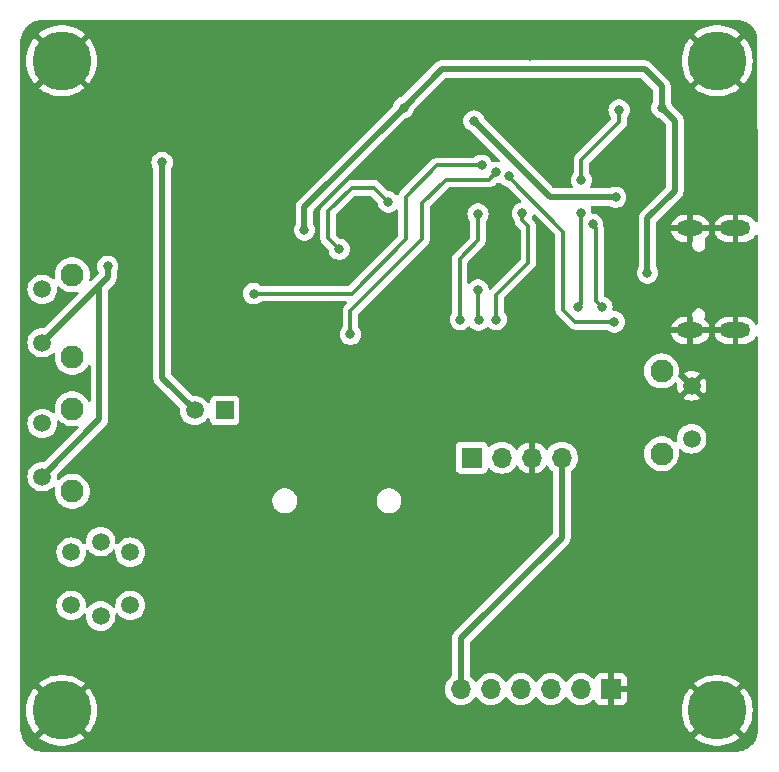
<source format=gbr>
%TF.GenerationSoftware,KiCad,Pcbnew,8.0.3*%
%TF.CreationDate,2024-07-18T14:45:25+02:00*%
%TF.ProjectId,usb-pd-mch-hotplate,7573622d-7064-42d6-9d63-682d686f7470,rev?*%
%TF.SameCoordinates,Original*%
%TF.FileFunction,Copper,L2,Bot*%
%TF.FilePolarity,Positive*%
%FSLAX46Y46*%
G04 Gerber Fmt 4.6, Leading zero omitted, Abs format (unit mm)*
G04 Created by KiCad (PCBNEW 8.0.3) date 2024-07-18 14:45:25*
%MOMM*%
%LPD*%
G01*
G04 APERTURE LIST*
%TA.AperFunction,ComponentPad*%
%ADD10R,1.700000X1.700000*%
%TD*%
%TA.AperFunction,ComponentPad*%
%ADD11O,1.700000X1.700000*%
%TD*%
%TA.AperFunction,ComponentPad*%
%ADD12C,0.800000*%
%TD*%
%TA.AperFunction,ComponentPad*%
%ADD13C,5.000000*%
%TD*%
%TA.AperFunction,ComponentPad*%
%ADD14C,1.500000*%
%TD*%
%TA.AperFunction,ComponentPad*%
%ADD15C,1.950000*%
%TD*%
%TA.AperFunction,ComponentPad*%
%ADD16R,1.500000X1.500000*%
%TD*%
%TA.AperFunction,ComponentPad*%
%ADD17O,2.300000X1.300000*%
%TD*%
%TA.AperFunction,ComponentPad*%
%ADD18O,2.600000X1.300000*%
%TD*%
%TA.AperFunction,ViaPad*%
%ADD19C,0.800000*%
%TD*%
%TA.AperFunction,Conductor*%
%ADD20C,0.500000*%
%TD*%
%TA.AperFunction,Conductor*%
%ADD21C,0.300000*%
%TD*%
G04 APERTURE END LIST*
D10*
%TO.P,J4,1,Pin_1*%
%TO.N,GND*%
X160100000Y-116800000D03*
D11*
%TO.P,J4,2,Pin_2*%
%TO.N,/SWDIO*%
X157560000Y-116800000D03*
%TO.P,J4,3,Pin_3*%
%TO.N,/SWCLK*%
X155020000Y-116800000D03*
%TO.P,J4,4,Pin_4*%
%TO.N,/UART_RX*%
X152480000Y-116800000D03*
%TO.P,J4,5,Pin_5*%
%TO.N,/UART_TX*%
X149940000Y-116800000D03*
%TO.P,J4,6,Pin_6*%
%TO.N,+3V3*%
X147400000Y-116800000D03*
%TD*%
D12*
%TO.P,H3,1,1*%
%TO.N,GND*%
X111725000Y-118600000D03*
X112274175Y-117274175D03*
X112274175Y-119925825D03*
X113600000Y-116725000D03*
D13*
X113600000Y-118600000D03*
D12*
X113600000Y-120475000D03*
X114925825Y-117274175D03*
X114925825Y-119925825D03*
X115475000Y-118600000D03*
%TD*%
%TO.P,H1,1,1*%
%TO.N,GND*%
X167225000Y-63600000D03*
X167774175Y-62274175D03*
X167774175Y-64925825D03*
X169100000Y-61725000D03*
D13*
X169100000Y-63600000D03*
D12*
X169100000Y-65475000D03*
X170425825Y-62274175D03*
X170425825Y-64925825D03*
X170975000Y-63600000D03*
%TD*%
%TO.P,H4,1,1*%
%TO.N,GND*%
X167225000Y-118600000D03*
X167774175Y-117274175D03*
X167774175Y-119925825D03*
X169100000Y-116725000D03*
D13*
X169100000Y-118600000D03*
D12*
X169100000Y-120475000D03*
X170425825Y-117274175D03*
X170425825Y-119925825D03*
X170975000Y-118600000D03*
%TD*%
D14*
%TO.P,BTN_UP,1,1*%
%TO.N,/BTN_UP*%
X111950000Y-82950000D03*
%TO.P,BTN_UP,2,2*%
%TO.N,+3V3*%
X111950000Y-87450000D03*
D15*
%TO.P,BTN_UP,MH1*%
%TO.N,N/C*%
X114500000Y-81700000D03*
%TO.P,BTN_UP,MH2*%
X114500000Y-88700000D03*
%TD*%
D14*
%TO.P,BTN_STARTSTOP,1*%
%TO.N,/BTN_START_STOP*%
X114400000Y-105200000D03*
%TO.P,BTN_STARTSTOP,2*%
X119400000Y-105200000D03*
%TO.P,BTN_STARTSTOP,3*%
%TO.N,+3V3*%
X114400000Y-109700000D03*
%TO.P,BTN_STARTSTOP,4*%
X119400000Y-109700000D03*
%TO.P,BTN_STARTSTOP,5,K*%
%TO.N,Net-(S1-K)*%
X116900000Y-104300000D03*
%TO.P,BTN_STARTSTOP,6,A*%
%TO.N,/LED_START_STOP*%
X116900000Y-110600000D03*
%TD*%
%TO.P,RESET,1,1*%
%TO.N,Net-(C11-Pad1)*%
X166940000Y-95600000D03*
%TO.P,RESET,2,2*%
%TO.N,GND*%
X166940000Y-91100000D03*
D15*
%TO.P,RESET,MH1*%
%TO.N,N/C*%
X164390000Y-96850000D03*
%TO.P,RESET,MH2*%
X164390000Y-89850000D03*
%TD*%
D16*
%TO.P,J6,1,Pin_1*%
%TO.N,Net-(J6-Pin_1)*%
X127400000Y-93200000D03*
D14*
%TO.P,J6,2,Pin_2*%
%TO.N,VBUS*%
X124860000Y-93200000D03*
%TD*%
D12*
%TO.P,H2,1,1*%
%TO.N,GND*%
X111725000Y-63600000D03*
X112274175Y-62274175D03*
X112274175Y-64925825D03*
X113600000Y-61725000D03*
D13*
X113600000Y-63600000D03*
D12*
X113600000Y-65475000D03*
X114925825Y-62274175D03*
X114925825Y-64925825D03*
X115475000Y-63600000D03*
%TD*%
D17*
%TO.P,J2,S1,SHIELD*%
%TO.N,GND*%
X166825000Y-86420000D03*
D18*
X170650000Y-86420000D03*
D17*
X166825000Y-77780000D03*
D18*
X170650000Y-77780000D03*
%TD*%
D10*
%TO.P,J8,1,Pin_1*%
%TO.N,/DISP_I2C_SDA*%
X148320000Y-97200000D03*
D11*
%TO.P,J8,2,Pin_2*%
%TO.N,/DISP_I2C_SCL*%
X150860000Y-97200000D03*
%TO.P,J8,3,Pin_3*%
%TO.N,GND*%
X153400000Y-97200000D03*
%TO.P,J8,4,Pin_4*%
%TO.N,+3V3*%
X155940000Y-97200000D03*
%TD*%
D14*
%TO.P,BTN_DOWN,1,1*%
%TO.N,/BTN_DOWN*%
X111950000Y-94300000D03*
%TO.P,BTN_DOWN,2,2*%
%TO.N,+3V3*%
X111950000Y-98800000D03*
D15*
%TO.P,BTN_DOWN,MH1*%
%TO.N,N/C*%
X114500000Y-93050000D03*
%TO.P,BTN_DOWN,MH2*%
X114500000Y-100050000D03*
%TD*%
D19*
%TO.N,+3V3*%
X117500000Y-81000000D03*
X163200000Y-81550000D03*
X142550000Y-67550000D03*
X134160000Y-77930000D03*
X164400000Y-67550000D03*
%TO.N,VBUS*%
X122100000Y-72200000D03*
X160500000Y-75150000D03*
X148500000Y-68700000D03*
%TO.N,+3.3VA*%
X141250000Y-75550000D03*
X137100000Y-79550000D03*
%TO.N,/UART_TX*%
X147350000Y-85500000D03*
X148850000Y-76550000D03*
%TO.N,/UART_RX*%
X148900000Y-85550000D03*
X148850000Y-83000000D03*
%TO.N,GND*%
X160250000Y-79800000D03*
X145750000Y-77000000D03*
X119400000Y-98100000D03*
X154700000Y-80900000D03*
X148900000Y-61850000D03*
X125800000Y-88700000D03*
X156150000Y-65600000D03*
X145250000Y-81550000D03*
X143150000Y-63700000D03*
X138300000Y-76500000D03*
X134000000Y-95000000D03*
X120000000Y-86850000D03*
X153269669Y-63180331D03*
X146050000Y-66650000D03*
X118120000Y-91530000D03*
X149750000Y-75650000D03*
%TO.N,/BOOT*%
X157600000Y-73700000D03*
X160800000Y-67750000D03*
%TO.N,/RESET*%
X160400000Y-85700000D03*
X151450000Y-73350000D03*
%TO.N,/SWDIO*%
X158550000Y-77450000D03*
X159350000Y-84450000D03*
%TO.N,/SWCLK*%
X157350000Y-84400000D03*
X157550000Y-76450000D03*
%TO.N,/DISP_I2C_SDA*%
X150400000Y-85500000D03*
X152600000Y-76500000D03*
%TO.N,/MCH_CONTROL*%
X149150000Y-72450000D03*
X129850000Y-83300000D03*
%TO.N,/ADC_TERMO_SENSOR*%
X150350000Y-73050000D03*
X138050000Y-86750000D03*
%TD*%
D20*
%TO.N,+3V3*%
X117500000Y-81900000D02*
X111950000Y-87450000D01*
X162950000Y-64300000D02*
X164400000Y-65750000D01*
X116800000Y-93950000D02*
X116800000Y-82600000D01*
X111950000Y-98800000D02*
X116800000Y-93950000D01*
X142550000Y-67550000D02*
X134160000Y-75940000D01*
X147400000Y-116800000D02*
X147400000Y-112500000D01*
X145800000Y-64300000D02*
X162950000Y-64300000D01*
X155940000Y-103960000D02*
X155940000Y-97200000D01*
X147400000Y-112500000D02*
X155940000Y-103960000D01*
X134160000Y-75940000D02*
X134160000Y-77930000D01*
X164400000Y-65750000D02*
X164400000Y-67550000D01*
X165500000Y-74600000D02*
X165500000Y-68650000D01*
X163200000Y-76900000D02*
X165500000Y-74600000D01*
X142550000Y-67550000D02*
X145800000Y-64300000D01*
D21*
X116800000Y-82600000D02*
X117500000Y-81900000D01*
D20*
X163200000Y-81550000D02*
X163200000Y-76900000D01*
X165500000Y-68650000D02*
X164400000Y-67550000D01*
X117500000Y-81000000D02*
X117500000Y-81900000D01*
%TO.N,VBUS*%
X160500000Y-75150000D02*
X154950000Y-75150000D01*
X122100000Y-72200000D02*
X122100000Y-90440000D01*
X154950000Y-75150000D02*
X148500000Y-68700000D01*
X122100000Y-90440000D02*
X124860000Y-93200000D01*
D21*
%TO.N,+3.3VA*%
X138150000Y-74350000D02*
X136150000Y-76350000D01*
X140050000Y-74350000D02*
X138150000Y-74350000D01*
X136150000Y-78600000D02*
X137100000Y-79550000D01*
X141250000Y-75550000D02*
X140050000Y-74350000D01*
X136150000Y-76350000D02*
X136150000Y-78600000D01*
%TO.N,/UART_TX*%
X147300000Y-80350000D02*
X147300000Y-85450000D01*
X148850000Y-76550000D02*
X148850000Y-78800000D01*
X147300000Y-85450000D02*
X147350000Y-85500000D01*
X148850000Y-78800000D02*
X147300000Y-80350000D01*
%TO.N,/UART_RX*%
X148850000Y-85500000D02*
X148900000Y-85550000D01*
X148850000Y-83000000D02*
X148850000Y-85500000D01*
%TO.N,/BOOT*%
X160800000Y-68800000D02*
X157600000Y-72000000D01*
X160800000Y-67750000D02*
X160800000Y-68800000D01*
X157600000Y-72000000D02*
X157600000Y-73700000D01*
%TO.N,/RESET*%
X160400000Y-85700000D02*
X157100000Y-85700000D01*
X156050000Y-84650000D02*
X156050000Y-78050000D01*
X151450000Y-73450000D02*
X151450000Y-73350000D01*
X157100000Y-85700000D02*
X156050000Y-84650000D01*
X156050000Y-78050000D02*
X151450000Y-73450000D01*
%TO.N,/SWDIO*%
X158850000Y-83950000D02*
X158850000Y-77750000D01*
X159350000Y-84450000D02*
X158850000Y-83950000D01*
X158850000Y-77750000D02*
X158550000Y-77450000D01*
%TO.N,/SWCLK*%
X157550000Y-84200000D02*
X157350000Y-84400000D01*
X157550000Y-76450000D02*
X157550000Y-84200000D01*
X157400000Y-84450000D02*
X157350000Y-84400000D01*
%TO.N,/DISP_I2C_SDA*%
X150400000Y-85500000D02*
X150400000Y-83400000D01*
X153100000Y-80700000D02*
X153100000Y-77600000D01*
X150400000Y-83400000D02*
X153100000Y-80700000D01*
X152600000Y-77100000D02*
X152600000Y-76500000D01*
X153100000Y-77600000D02*
X152600000Y-77100000D01*
%TO.N,/MCH_CONTROL*%
X138150000Y-83300000D02*
X129850000Y-83300000D01*
X142750000Y-78700000D02*
X138150000Y-83300000D01*
X149150000Y-72450000D02*
X145410661Y-72450000D01*
X145410661Y-72450000D02*
X142750000Y-75110661D01*
X142750000Y-75110661D02*
X142750000Y-78700000D01*
%TO.N,/ADC_TERMO_SENSOR*%
X138050000Y-86750000D02*
X138050000Y-84750000D01*
X144100000Y-78700000D02*
X144100000Y-75650000D01*
X149750000Y-73650000D02*
X150350000Y-73050000D01*
X144100000Y-75650000D02*
X146100000Y-73650000D01*
X138050000Y-84750000D02*
X144100000Y-78700000D01*
X146100000Y-73650000D02*
X149750000Y-73650000D01*
%TD*%
%TA.AperFunction,Conductor*%
%TO.N,GND*%
G36*
X170752569Y-60097884D02*
G01*
X171022283Y-60127965D01*
X171040519Y-60131397D01*
X171301642Y-60201119D01*
X171319156Y-60207232D01*
X171566943Y-60315155D01*
X171583355Y-60323818D01*
X171812258Y-60467528D01*
X171827189Y-60478542D01*
X171929629Y-60566676D01*
X172032065Y-60654807D01*
X172045192Y-60667934D01*
X172090985Y-60721160D01*
X172193818Y-60840685D01*
X172221454Y-60872806D01*
X172232474Y-60887745D01*
X172376179Y-61116641D01*
X172384845Y-61133059D01*
X172491984Y-61379047D01*
X172502299Y-61428362D01*
X172527599Y-77139510D01*
X172508022Y-77206581D01*
X172455292Y-77252421D01*
X172386150Y-77262476D01*
X172322547Y-77233554D01*
X172293114Y-77196004D01*
X172283567Y-77177267D01*
X172177176Y-77030830D01*
X172049169Y-76902823D01*
X171902734Y-76796434D01*
X171741447Y-76714252D01*
X171741444Y-76714251D01*
X171569293Y-76658317D01*
X171390506Y-76630000D01*
X170900000Y-76630000D01*
X170900000Y-77480000D01*
X170400000Y-77480000D01*
X170400000Y-76630000D01*
X169909494Y-76630000D01*
X169730706Y-76658317D01*
X169558555Y-76714251D01*
X169558552Y-76714252D01*
X169397265Y-76796434D01*
X169250830Y-76902823D01*
X169122823Y-77030830D01*
X169016434Y-77177265D01*
X168934252Y-77338552D01*
X168934250Y-77338558D01*
X168878318Y-77510704D01*
X168878315Y-77510714D01*
X168875261Y-77530000D01*
X169833012Y-77530000D01*
X169815795Y-77539940D01*
X169759940Y-77595795D01*
X169720444Y-77664204D01*
X169700000Y-77740504D01*
X169700000Y-77819496D01*
X169720444Y-77895796D01*
X169759940Y-77964205D01*
X169815795Y-78020060D01*
X169833012Y-78030000D01*
X168875261Y-78030000D01*
X168878315Y-78049285D01*
X168878318Y-78049295D01*
X168934250Y-78221441D01*
X168934252Y-78221447D01*
X169016434Y-78382734D01*
X169122823Y-78529169D01*
X169250830Y-78657176D01*
X169397265Y-78763565D01*
X169558552Y-78845747D01*
X169558555Y-78845748D01*
X169730706Y-78901682D01*
X169909494Y-78930000D01*
X170400000Y-78930000D01*
X170400000Y-78080000D01*
X170900000Y-78080000D01*
X170900000Y-78930000D01*
X171390506Y-78930000D01*
X171569293Y-78901682D01*
X171741444Y-78845748D01*
X171741447Y-78845747D01*
X171902734Y-78763565D01*
X172049169Y-78657176D01*
X172177176Y-78529169D01*
X172283567Y-78382732D01*
X172295170Y-78359961D01*
X172343144Y-78309165D01*
X172410965Y-78292369D01*
X172477100Y-78314906D01*
X172520552Y-78369621D01*
X172529655Y-78416055D01*
X172541556Y-85806902D01*
X172521979Y-85873973D01*
X172469249Y-85919813D01*
X172400107Y-85929868D01*
X172336504Y-85900946D01*
X172307071Y-85863396D01*
X172283567Y-85817267D01*
X172177176Y-85670830D01*
X172049169Y-85542823D01*
X171902734Y-85436434D01*
X171741447Y-85354252D01*
X171741444Y-85354251D01*
X171569293Y-85298317D01*
X171390506Y-85270000D01*
X170900000Y-85270000D01*
X170900000Y-86120000D01*
X170400000Y-86120000D01*
X170400000Y-85270000D01*
X169909494Y-85270000D01*
X169730706Y-85298317D01*
X169558555Y-85354251D01*
X169558552Y-85354252D01*
X169397265Y-85436434D01*
X169250830Y-85542823D01*
X169122823Y-85670830D01*
X169016434Y-85817265D01*
X168934252Y-85978552D01*
X168934250Y-85978558D01*
X168878318Y-86150704D01*
X168878315Y-86150714D01*
X168875261Y-86170000D01*
X169833012Y-86170000D01*
X169815795Y-86179940D01*
X169759940Y-86235795D01*
X169720444Y-86304204D01*
X169700000Y-86380504D01*
X169700000Y-86459496D01*
X169720444Y-86535796D01*
X169759940Y-86604205D01*
X169815795Y-86660060D01*
X169833012Y-86670000D01*
X168875261Y-86670000D01*
X168878315Y-86689285D01*
X168878318Y-86689295D01*
X168934250Y-86861441D01*
X168934252Y-86861447D01*
X169016434Y-87022734D01*
X169122823Y-87169169D01*
X169250830Y-87297176D01*
X169397265Y-87403565D01*
X169558552Y-87485747D01*
X169558555Y-87485748D01*
X169730706Y-87541682D01*
X169909494Y-87570000D01*
X170400000Y-87570000D01*
X170400000Y-86720000D01*
X170900000Y-86720000D01*
X170900000Y-87570000D01*
X171390506Y-87570000D01*
X171569293Y-87541682D01*
X171741444Y-87485748D01*
X171741447Y-87485747D01*
X171902734Y-87403565D01*
X172049169Y-87297176D01*
X172177176Y-87169169D01*
X172283565Y-87022735D01*
X172309039Y-86972741D01*
X172357014Y-86921945D01*
X172424834Y-86905150D01*
X172490969Y-86927687D01*
X172534421Y-86982402D01*
X172543524Y-87028836D01*
X172597085Y-120290567D01*
X172596321Y-120304511D01*
X172572034Y-120522278D01*
X172568601Y-120540522D01*
X172498882Y-120801636D01*
X172492764Y-120819163D01*
X172384845Y-121066940D01*
X172376179Y-121083358D01*
X172232474Y-121312254D01*
X172221454Y-121327193D01*
X172045192Y-121532065D01*
X172032065Y-121545192D01*
X171827193Y-121721454D01*
X171812254Y-121732474D01*
X171583358Y-121876179D01*
X171566940Y-121884845D01*
X171319163Y-121992764D01*
X171301636Y-121998882D01*
X171040522Y-122068601D01*
X171022279Y-122072034D01*
X170808415Y-122095886D01*
X170778385Y-122099236D01*
X170764642Y-122100000D01*
X111935358Y-122100000D01*
X111921614Y-122099236D01*
X111886283Y-122095295D01*
X111677720Y-122072034D01*
X111659477Y-122068601D01*
X111398363Y-121998882D01*
X111380836Y-121992764D01*
X111133059Y-121884845D01*
X111116641Y-121876179D01*
X110887745Y-121732474D01*
X110872806Y-121721454D01*
X110667934Y-121545192D01*
X110654807Y-121532065D01*
X110506182Y-121359316D01*
X110478542Y-121327189D01*
X110467528Y-121312258D01*
X110323818Y-121083355D01*
X110315154Y-121066940D01*
X110207232Y-120819156D01*
X110201119Y-120801642D01*
X110131397Y-120540519D01*
X110127965Y-120522278D01*
X110100764Y-120278385D01*
X110100000Y-120264641D01*
X110100000Y-118599996D01*
X110594916Y-118599996D01*
X110594916Y-118600003D01*
X110615235Y-118948869D01*
X110615236Y-118948880D01*
X110675914Y-119293002D01*
X110675916Y-119293011D01*
X110776145Y-119627800D01*
X110914555Y-119948670D01*
X110914561Y-119948683D01*
X111089289Y-120251322D01*
X111297967Y-120531625D01*
X111306148Y-120540296D01*
X112556319Y-119290124D01*
X112646554Y-119414320D01*
X112785680Y-119553446D01*
X112812251Y-119572751D01*
X112819063Y-119579264D01*
X112842592Y-119594795D01*
X112909872Y-119643678D01*
X111662818Y-120890733D01*
X111662819Y-120890734D01*
X111805484Y-121010445D01*
X112097461Y-121202480D01*
X112409739Y-121359314D01*
X112409745Y-121359316D01*
X112738130Y-121478838D01*
X112738133Y-121478839D01*
X113078171Y-121559429D01*
X113425276Y-121599999D01*
X113425277Y-121600000D01*
X113774723Y-121600000D01*
X113774723Y-121599999D01*
X114121827Y-121559429D01*
X114121829Y-121559429D01*
X114461866Y-121478839D01*
X114461869Y-121478838D01*
X114790254Y-121359316D01*
X114790260Y-121359314D01*
X115102538Y-121202480D01*
X115394509Y-121010449D01*
X115394510Y-121010448D01*
X115537179Y-120890734D01*
X115537180Y-120890733D01*
X114290991Y-119644544D01*
X114312047Y-119627752D01*
X114414320Y-119553446D01*
X114450134Y-119517631D01*
X114465574Y-119505319D01*
X114487200Y-119480565D01*
X114553446Y-119414320D01*
X114594772Y-119357439D01*
X114613315Y-119336216D01*
X114627765Y-119312028D01*
X114643679Y-119290126D01*
X115893849Y-120540297D01*
X115893851Y-120540296D01*
X115902022Y-120531636D01*
X115902033Y-120531623D01*
X116110710Y-120251322D01*
X116285438Y-119948683D01*
X116285444Y-119948670D01*
X116423854Y-119627800D01*
X116524083Y-119293011D01*
X116524085Y-119293002D01*
X116584763Y-118948880D01*
X116584764Y-118948869D01*
X116605084Y-118600003D01*
X116605084Y-118599996D01*
X166094916Y-118599996D01*
X166094916Y-118600003D01*
X166115235Y-118948869D01*
X166115236Y-118948880D01*
X166175914Y-119293002D01*
X166175916Y-119293011D01*
X166276145Y-119627800D01*
X166414555Y-119948670D01*
X166414561Y-119948683D01*
X166589289Y-120251322D01*
X166797967Y-120531625D01*
X166806148Y-120540296D01*
X168056319Y-119290124D01*
X168146554Y-119414320D01*
X168285680Y-119553446D01*
X168312251Y-119572751D01*
X168319063Y-119579264D01*
X168342592Y-119594795D01*
X168409872Y-119643678D01*
X167162818Y-120890733D01*
X167162819Y-120890734D01*
X167305484Y-121010445D01*
X167597461Y-121202480D01*
X167909739Y-121359314D01*
X167909745Y-121359316D01*
X168238130Y-121478838D01*
X168238133Y-121478839D01*
X168578171Y-121559429D01*
X168925276Y-121599999D01*
X168925277Y-121600000D01*
X169274723Y-121600000D01*
X169274723Y-121599999D01*
X169621827Y-121559429D01*
X169621829Y-121559429D01*
X169961866Y-121478839D01*
X169961869Y-121478838D01*
X170290254Y-121359316D01*
X170290260Y-121359314D01*
X170602538Y-121202480D01*
X170894509Y-121010449D01*
X170894510Y-121010448D01*
X171037179Y-120890734D01*
X171037180Y-120890733D01*
X169790991Y-119644544D01*
X169812047Y-119627752D01*
X169914320Y-119553446D01*
X169950134Y-119517631D01*
X169965574Y-119505319D01*
X169987200Y-119480565D01*
X170053446Y-119414320D01*
X170094772Y-119357439D01*
X170113315Y-119336216D01*
X170127765Y-119312028D01*
X170143679Y-119290126D01*
X171393849Y-120540297D01*
X171393851Y-120540296D01*
X171402022Y-120531636D01*
X171402033Y-120531623D01*
X171610710Y-120251322D01*
X171785438Y-119948683D01*
X171785444Y-119948670D01*
X171923854Y-119627800D01*
X172024083Y-119293011D01*
X172024085Y-119293002D01*
X172084763Y-118948880D01*
X172084764Y-118948869D01*
X172105084Y-118600003D01*
X172105084Y-118599996D01*
X172084764Y-118251130D01*
X172084763Y-118251119D01*
X172024085Y-117906997D01*
X172024083Y-117906988D01*
X171923854Y-117572199D01*
X171785444Y-117251329D01*
X171785438Y-117251316D01*
X171610710Y-116948677D01*
X171402032Y-116668374D01*
X171393850Y-116659702D01*
X170143678Y-117909873D01*
X170127767Y-117887973D01*
X170113315Y-117863784D01*
X170094772Y-117842560D01*
X170053446Y-117785680D01*
X169987200Y-117719434D01*
X169965574Y-117694681D01*
X169950133Y-117682367D01*
X169914320Y-117646554D01*
X169812059Y-117572256D01*
X169790991Y-117555455D01*
X171037180Y-116309265D01*
X171037179Y-116309264D01*
X170894519Y-116189557D01*
X170602538Y-115997519D01*
X170290260Y-115840685D01*
X170290254Y-115840683D01*
X169961869Y-115721161D01*
X169961866Y-115721160D01*
X169621828Y-115640570D01*
X169274723Y-115600000D01*
X168925277Y-115600000D01*
X168578172Y-115640570D01*
X168578170Y-115640570D01*
X168238133Y-115721160D01*
X168238130Y-115721161D01*
X167909745Y-115840683D01*
X167909739Y-115840685D01*
X167597461Y-115997519D01*
X167305480Y-116189557D01*
X167162819Y-116309264D01*
X167162818Y-116309265D01*
X168409874Y-117556320D01*
X168342597Y-117605200D01*
X168319063Y-117620736D01*
X168312251Y-117627248D01*
X168285680Y-117646554D01*
X168146554Y-117785680D01*
X168056320Y-117909873D01*
X166806148Y-116659701D01*
X166806147Y-116659702D01*
X166797976Y-116668363D01*
X166797972Y-116668368D01*
X166589289Y-116948677D01*
X166414561Y-117251316D01*
X166414555Y-117251329D01*
X166276145Y-117572199D01*
X166175916Y-117906988D01*
X166175914Y-117906997D01*
X166115236Y-118251119D01*
X166115235Y-118251130D01*
X166094916Y-118599996D01*
X116605084Y-118599996D01*
X116584764Y-118251130D01*
X116584763Y-118251119D01*
X116524085Y-117906997D01*
X116524083Y-117906988D01*
X116423854Y-117572199D01*
X116285444Y-117251329D01*
X116285438Y-117251316D01*
X116110710Y-116948677D01*
X116000023Y-116799999D01*
X146044341Y-116799999D01*
X146044341Y-116800000D01*
X146064936Y-117035403D01*
X146064938Y-117035413D01*
X146126094Y-117263655D01*
X146126096Y-117263659D01*
X146126097Y-117263663D01*
X146166357Y-117350000D01*
X146225965Y-117477830D01*
X146225967Y-117477834D01*
X146282810Y-117559013D01*
X146361505Y-117671401D01*
X146528599Y-117838495D01*
X146605135Y-117892086D01*
X146722165Y-117974032D01*
X146722167Y-117974033D01*
X146722170Y-117974035D01*
X146936337Y-118073903D01*
X147164592Y-118135063D01*
X147335319Y-118150000D01*
X147399999Y-118155659D01*
X147400000Y-118155659D01*
X147400001Y-118155659D01*
X147464681Y-118150000D01*
X147635408Y-118135063D01*
X147863663Y-118073903D01*
X148077830Y-117974035D01*
X148271401Y-117838495D01*
X148438495Y-117671401D01*
X148568425Y-117485842D01*
X148623002Y-117442217D01*
X148692500Y-117435023D01*
X148754855Y-117466546D01*
X148771575Y-117485842D01*
X148901500Y-117671395D01*
X148901505Y-117671401D01*
X149068599Y-117838495D01*
X149145135Y-117892086D01*
X149262165Y-117974032D01*
X149262167Y-117974033D01*
X149262170Y-117974035D01*
X149476337Y-118073903D01*
X149704592Y-118135063D01*
X149875319Y-118150000D01*
X149939999Y-118155659D01*
X149940000Y-118155659D01*
X149940001Y-118155659D01*
X150004681Y-118150000D01*
X150175408Y-118135063D01*
X150403663Y-118073903D01*
X150617830Y-117974035D01*
X150811401Y-117838495D01*
X150978495Y-117671401D01*
X151108425Y-117485842D01*
X151163002Y-117442217D01*
X151232500Y-117435023D01*
X151294855Y-117466546D01*
X151311575Y-117485842D01*
X151441500Y-117671395D01*
X151441505Y-117671401D01*
X151608599Y-117838495D01*
X151685135Y-117892086D01*
X151802165Y-117974032D01*
X151802167Y-117974033D01*
X151802170Y-117974035D01*
X152016337Y-118073903D01*
X152244592Y-118135063D01*
X152415319Y-118150000D01*
X152479999Y-118155659D01*
X152480000Y-118155659D01*
X152480001Y-118155659D01*
X152544681Y-118150000D01*
X152715408Y-118135063D01*
X152943663Y-118073903D01*
X153157830Y-117974035D01*
X153351401Y-117838495D01*
X153518495Y-117671401D01*
X153648425Y-117485842D01*
X153703002Y-117442217D01*
X153772500Y-117435023D01*
X153834855Y-117466546D01*
X153851575Y-117485842D01*
X153981500Y-117671395D01*
X153981505Y-117671401D01*
X154148599Y-117838495D01*
X154225135Y-117892086D01*
X154342165Y-117974032D01*
X154342167Y-117974033D01*
X154342170Y-117974035D01*
X154556337Y-118073903D01*
X154784592Y-118135063D01*
X154955319Y-118150000D01*
X155019999Y-118155659D01*
X155020000Y-118155659D01*
X155020001Y-118155659D01*
X155084681Y-118150000D01*
X155255408Y-118135063D01*
X155483663Y-118073903D01*
X155697830Y-117974035D01*
X155891401Y-117838495D01*
X156058495Y-117671401D01*
X156188425Y-117485842D01*
X156243002Y-117442217D01*
X156312500Y-117435023D01*
X156374855Y-117466546D01*
X156391575Y-117485842D01*
X156521500Y-117671395D01*
X156521505Y-117671401D01*
X156688599Y-117838495D01*
X156765135Y-117892086D01*
X156882165Y-117974032D01*
X156882167Y-117974033D01*
X156882170Y-117974035D01*
X157096337Y-118073903D01*
X157324592Y-118135063D01*
X157495319Y-118150000D01*
X157559999Y-118155659D01*
X157560000Y-118155659D01*
X157560001Y-118155659D01*
X157624681Y-118150000D01*
X157795408Y-118135063D01*
X158023663Y-118073903D01*
X158237830Y-117974035D01*
X158431401Y-117838495D01*
X158553717Y-117716178D01*
X158615036Y-117682696D01*
X158684728Y-117687680D01*
X158740662Y-117729551D01*
X158757577Y-117760528D01*
X158806646Y-117892088D01*
X158806649Y-117892093D01*
X158892809Y-118007187D01*
X158892812Y-118007190D01*
X159007906Y-118093350D01*
X159007913Y-118093354D01*
X159142620Y-118143596D01*
X159142627Y-118143598D01*
X159202155Y-118149999D01*
X159202172Y-118150000D01*
X159850000Y-118150000D01*
X159850000Y-117233012D01*
X159907007Y-117265925D01*
X160034174Y-117300000D01*
X160165826Y-117300000D01*
X160292993Y-117265925D01*
X160350000Y-117233012D01*
X160350000Y-118150000D01*
X160997828Y-118150000D01*
X160997844Y-118149999D01*
X161057372Y-118143598D01*
X161057379Y-118143596D01*
X161192086Y-118093354D01*
X161192093Y-118093350D01*
X161307187Y-118007190D01*
X161307190Y-118007187D01*
X161393350Y-117892093D01*
X161393354Y-117892086D01*
X161443596Y-117757379D01*
X161443598Y-117757372D01*
X161449999Y-117697844D01*
X161450000Y-117697827D01*
X161450000Y-117050000D01*
X160533012Y-117050000D01*
X160565925Y-116992993D01*
X160600000Y-116865826D01*
X160600000Y-116734174D01*
X160565925Y-116607007D01*
X160533012Y-116550000D01*
X161450000Y-116550000D01*
X161450000Y-115902172D01*
X161449999Y-115902155D01*
X161443598Y-115842627D01*
X161443596Y-115842620D01*
X161393354Y-115707913D01*
X161393350Y-115707906D01*
X161307190Y-115592812D01*
X161307187Y-115592809D01*
X161192093Y-115506649D01*
X161192086Y-115506645D01*
X161057379Y-115456403D01*
X161057372Y-115456401D01*
X160997844Y-115450000D01*
X160350000Y-115450000D01*
X160350000Y-116366988D01*
X160292993Y-116334075D01*
X160165826Y-116300000D01*
X160034174Y-116300000D01*
X159907007Y-116334075D01*
X159850000Y-116366988D01*
X159850000Y-115450000D01*
X159202155Y-115450000D01*
X159142627Y-115456401D01*
X159142620Y-115456403D01*
X159007913Y-115506645D01*
X159007906Y-115506649D01*
X158892812Y-115592809D01*
X158892809Y-115592812D01*
X158806649Y-115707906D01*
X158806645Y-115707913D01*
X158757578Y-115839470D01*
X158715707Y-115895404D01*
X158650242Y-115919821D01*
X158581969Y-115904969D01*
X158553715Y-115883819D01*
X158509366Y-115839470D01*
X158431401Y-115761505D01*
X158431397Y-115761502D01*
X158431396Y-115761501D01*
X158237834Y-115625967D01*
X158237830Y-115625965D01*
X158166727Y-115592809D01*
X158023663Y-115526097D01*
X158023659Y-115526096D01*
X158023655Y-115526094D01*
X157795413Y-115464938D01*
X157795403Y-115464936D01*
X157560001Y-115444341D01*
X157559999Y-115444341D01*
X157324596Y-115464936D01*
X157324586Y-115464938D01*
X157096344Y-115526094D01*
X157096335Y-115526098D01*
X156882171Y-115625964D01*
X156882169Y-115625965D01*
X156688597Y-115761505D01*
X156521505Y-115928597D01*
X156391575Y-116114158D01*
X156336998Y-116157783D01*
X156267500Y-116164977D01*
X156205145Y-116133454D01*
X156188425Y-116114158D01*
X156058494Y-115928597D01*
X155891402Y-115761506D01*
X155891395Y-115761501D01*
X155697834Y-115625967D01*
X155697830Y-115625965D01*
X155626727Y-115592809D01*
X155483663Y-115526097D01*
X155483659Y-115526096D01*
X155483655Y-115526094D01*
X155255413Y-115464938D01*
X155255403Y-115464936D01*
X155020001Y-115444341D01*
X155019999Y-115444341D01*
X154784596Y-115464936D01*
X154784586Y-115464938D01*
X154556344Y-115526094D01*
X154556335Y-115526098D01*
X154342171Y-115625964D01*
X154342169Y-115625965D01*
X154148597Y-115761505D01*
X153981505Y-115928597D01*
X153851575Y-116114158D01*
X153796998Y-116157783D01*
X153727500Y-116164977D01*
X153665145Y-116133454D01*
X153648425Y-116114158D01*
X153518494Y-115928597D01*
X153351402Y-115761506D01*
X153351395Y-115761501D01*
X153157834Y-115625967D01*
X153157830Y-115625965D01*
X153086727Y-115592809D01*
X152943663Y-115526097D01*
X152943659Y-115526096D01*
X152943655Y-115526094D01*
X152715413Y-115464938D01*
X152715403Y-115464936D01*
X152480001Y-115444341D01*
X152479999Y-115444341D01*
X152244596Y-115464936D01*
X152244586Y-115464938D01*
X152016344Y-115526094D01*
X152016335Y-115526098D01*
X151802171Y-115625964D01*
X151802169Y-115625965D01*
X151608597Y-115761505D01*
X151441505Y-115928597D01*
X151311575Y-116114158D01*
X151256998Y-116157783D01*
X151187500Y-116164977D01*
X151125145Y-116133454D01*
X151108425Y-116114158D01*
X150978494Y-115928597D01*
X150811402Y-115761506D01*
X150811395Y-115761501D01*
X150617834Y-115625967D01*
X150617830Y-115625965D01*
X150546727Y-115592809D01*
X150403663Y-115526097D01*
X150403659Y-115526096D01*
X150403655Y-115526094D01*
X150175413Y-115464938D01*
X150175403Y-115464936D01*
X149940001Y-115444341D01*
X149939999Y-115444341D01*
X149704596Y-115464936D01*
X149704586Y-115464938D01*
X149476344Y-115526094D01*
X149476335Y-115526098D01*
X149262171Y-115625964D01*
X149262169Y-115625965D01*
X149068597Y-115761505D01*
X148901505Y-115928597D01*
X148771575Y-116114158D01*
X148716998Y-116157783D01*
X148647500Y-116164977D01*
X148585145Y-116133454D01*
X148568425Y-116114158D01*
X148438494Y-115928597D01*
X148271404Y-115761507D01*
X148203375Y-115713872D01*
X148159751Y-115659294D01*
X148150500Y-115612298D01*
X148150500Y-112862230D01*
X148170185Y-112795191D01*
X148186819Y-112774549D01*
X152348471Y-108612897D01*
X156522952Y-104438416D01*
X156572186Y-104364729D01*
X156605084Y-104315495D01*
X156661658Y-104178913D01*
X156690500Y-104033918D01*
X156690500Y-98387700D01*
X156710185Y-98320661D01*
X156743375Y-98286126D01*
X156811401Y-98238495D01*
X156978495Y-98071401D01*
X157114035Y-97877830D01*
X157213903Y-97663663D01*
X157275063Y-97435408D01*
X157295659Y-97200000D01*
X157275063Y-96964592D01*
X157244357Y-96849994D01*
X162909443Y-96849994D01*
X162909443Y-96850005D01*
X162929634Y-97093683D01*
X162929636Y-97093695D01*
X162989663Y-97330734D01*
X163087888Y-97554666D01*
X163221632Y-97759378D01*
X163387242Y-97939277D01*
X163387252Y-97939286D01*
X163580208Y-98089470D01*
X163580212Y-98089473D01*
X163733375Y-98172361D01*
X163795267Y-98205855D01*
X163795270Y-98205856D01*
X164026541Y-98285251D01*
X164026543Y-98285251D01*
X164026545Y-98285252D01*
X164267737Y-98325500D01*
X164267738Y-98325500D01*
X164512262Y-98325500D01*
X164512263Y-98325500D01*
X164753455Y-98285252D01*
X164984733Y-98205855D01*
X165199788Y-98089473D01*
X165392754Y-97939281D01*
X165558368Y-97759377D01*
X165692111Y-97554667D01*
X165790336Y-97330736D01*
X165850364Y-97093692D01*
X165857547Y-97007007D01*
X165870557Y-96850005D01*
X165870557Y-96849994D01*
X165850365Y-96606316D01*
X165850363Y-96606303D01*
X165849871Y-96604361D01*
X165849901Y-96603538D01*
X165849519Y-96601244D01*
X165849990Y-96601165D01*
X165852490Y-96534540D01*
X165892442Y-96477220D01*
X165957041Y-96450598D01*
X166025778Y-96463127D01*
X166057755Y-96486230D01*
X166133123Y-96561598D01*
X166312361Y-96687102D01*
X166510670Y-96779575D01*
X166722023Y-96836207D01*
X166904926Y-96852208D01*
X166939998Y-96855277D01*
X166940000Y-96855277D01*
X166940002Y-96855277D01*
X166968254Y-96852805D01*
X167157977Y-96836207D01*
X167369330Y-96779575D01*
X167567639Y-96687102D01*
X167746877Y-96561598D01*
X167901598Y-96406877D01*
X168027102Y-96227639D01*
X168119575Y-96029330D01*
X168176207Y-95817977D01*
X168195277Y-95600000D01*
X168176207Y-95382023D01*
X168119575Y-95170670D01*
X168027102Y-94972362D01*
X168027100Y-94972359D01*
X168027099Y-94972357D01*
X167901599Y-94793124D01*
X167837797Y-94729322D01*
X167746877Y-94638402D01*
X167608978Y-94541844D01*
X167567638Y-94512897D01*
X167433824Y-94450499D01*
X167369330Y-94420425D01*
X167369326Y-94420424D01*
X167369322Y-94420422D01*
X167157977Y-94363793D01*
X166940002Y-94344723D01*
X166939998Y-94344723D01*
X166794682Y-94357436D01*
X166722023Y-94363793D01*
X166722020Y-94363793D01*
X166510677Y-94420422D01*
X166510668Y-94420426D01*
X166312361Y-94512898D01*
X166312357Y-94512900D01*
X166133121Y-94638402D01*
X165978402Y-94793121D01*
X165852900Y-94972357D01*
X165852898Y-94972361D01*
X165760426Y-95170668D01*
X165760422Y-95170677D01*
X165703793Y-95382020D01*
X165703793Y-95382024D01*
X165684723Y-95599997D01*
X165684723Y-95600002D01*
X165699205Y-95765534D01*
X165685438Y-95834034D01*
X165636823Y-95884217D01*
X165568794Y-95900150D01*
X165502951Y-95876775D01*
X165484448Y-95860324D01*
X165392757Y-95760722D01*
X165392747Y-95760713D01*
X165199791Y-95610529D01*
X165199787Y-95610526D01*
X164984734Y-95494145D01*
X164984729Y-95494143D01*
X164753458Y-95414748D01*
X164572561Y-95384562D01*
X164512263Y-95374500D01*
X164267737Y-95374500D01*
X164222672Y-95382020D01*
X164026541Y-95414748D01*
X163795270Y-95494143D01*
X163795265Y-95494145D01*
X163580212Y-95610526D01*
X163580208Y-95610529D01*
X163387252Y-95760713D01*
X163387242Y-95760722D01*
X163221632Y-95940621D01*
X163087888Y-96145333D01*
X162989663Y-96369265D01*
X162929636Y-96606304D01*
X162929634Y-96606316D01*
X162909443Y-96849994D01*
X157244357Y-96849994D01*
X157213903Y-96736337D01*
X157114035Y-96522171D01*
X157108731Y-96514595D01*
X156978494Y-96328597D01*
X156811402Y-96161506D01*
X156811395Y-96161501D01*
X156617834Y-96025967D01*
X156617830Y-96025965D01*
X156617828Y-96025964D01*
X156403663Y-95926097D01*
X156403659Y-95926096D01*
X156403655Y-95926094D01*
X156175413Y-95864938D01*
X156175403Y-95864936D01*
X155940001Y-95844341D01*
X155939999Y-95844341D01*
X155704596Y-95864936D01*
X155704586Y-95864938D01*
X155476344Y-95926094D01*
X155476335Y-95926098D01*
X155262171Y-96025964D01*
X155262169Y-96025965D01*
X155068597Y-96161505D01*
X154901508Y-96328594D01*
X154771269Y-96514595D01*
X154716692Y-96558219D01*
X154647193Y-96565412D01*
X154584839Y-96533890D01*
X154568119Y-96514594D01*
X154438113Y-96328926D01*
X154438108Y-96328920D01*
X154271082Y-96161894D01*
X154077578Y-96026399D01*
X153863492Y-95926570D01*
X153863486Y-95926567D01*
X153650000Y-95869364D01*
X153650000Y-96766988D01*
X153592993Y-96734075D01*
X153465826Y-96700000D01*
X153334174Y-96700000D01*
X153207007Y-96734075D01*
X153150000Y-96766988D01*
X153150000Y-95869364D01*
X153149999Y-95869364D01*
X152936513Y-95926567D01*
X152936507Y-95926570D01*
X152722422Y-96026399D01*
X152722420Y-96026400D01*
X152528926Y-96161886D01*
X152528920Y-96161891D01*
X152361891Y-96328920D01*
X152361890Y-96328922D01*
X152231880Y-96514595D01*
X152177303Y-96558219D01*
X152107804Y-96565412D01*
X152045450Y-96533890D01*
X152028730Y-96514594D01*
X151898494Y-96328597D01*
X151731402Y-96161506D01*
X151731395Y-96161501D01*
X151537834Y-96025967D01*
X151537830Y-96025965D01*
X151537828Y-96025964D01*
X151323663Y-95926097D01*
X151323659Y-95926096D01*
X151323655Y-95926094D01*
X151095413Y-95864938D01*
X151095403Y-95864936D01*
X150860001Y-95844341D01*
X150859999Y-95844341D01*
X150624596Y-95864936D01*
X150624586Y-95864938D01*
X150396344Y-95926094D01*
X150396335Y-95926098D01*
X150182171Y-96025964D01*
X150182169Y-96025965D01*
X149988600Y-96161503D01*
X149866673Y-96283430D01*
X149805350Y-96316914D01*
X149735658Y-96311930D01*
X149679725Y-96270058D01*
X149662810Y-96239081D01*
X149613797Y-96107671D01*
X149613793Y-96107664D01*
X149527547Y-95992455D01*
X149527544Y-95992452D01*
X149412335Y-95906206D01*
X149412328Y-95906202D01*
X149277482Y-95855908D01*
X149277483Y-95855908D01*
X149217883Y-95849501D01*
X149217881Y-95849500D01*
X149217873Y-95849500D01*
X149217864Y-95849500D01*
X147422129Y-95849500D01*
X147422123Y-95849501D01*
X147362516Y-95855908D01*
X147227671Y-95906202D01*
X147227664Y-95906206D01*
X147112455Y-95992452D01*
X147112452Y-95992455D01*
X147026206Y-96107664D01*
X147026202Y-96107671D01*
X146975908Y-96242517D01*
X146969501Y-96302116D01*
X146969500Y-96302135D01*
X146969500Y-98097870D01*
X146969501Y-98097876D01*
X146975908Y-98157483D01*
X147026202Y-98292328D01*
X147026206Y-98292335D01*
X147112452Y-98407544D01*
X147112455Y-98407547D01*
X147227664Y-98493793D01*
X147227671Y-98493797D01*
X147362517Y-98544091D01*
X147362516Y-98544091D01*
X147369444Y-98544835D01*
X147422127Y-98550500D01*
X149217872Y-98550499D01*
X149277483Y-98544091D01*
X149412331Y-98493796D01*
X149527546Y-98407546D01*
X149613796Y-98292331D01*
X149662810Y-98160916D01*
X149704681Y-98104984D01*
X149770145Y-98080566D01*
X149838418Y-98095417D01*
X149866673Y-98116569D01*
X149988599Y-98238495D01*
X150085384Y-98306265D01*
X150182165Y-98374032D01*
X150182167Y-98374033D01*
X150182170Y-98374035D01*
X150396337Y-98473903D01*
X150624592Y-98535063D01*
X150801034Y-98550500D01*
X150859999Y-98555659D01*
X150860000Y-98555659D01*
X150860001Y-98555659D01*
X150918966Y-98550500D01*
X151095408Y-98535063D01*
X151323663Y-98473903D01*
X151537830Y-98374035D01*
X151731401Y-98238495D01*
X151898495Y-98071401D01*
X152028730Y-97885405D01*
X152083307Y-97841781D01*
X152152805Y-97834587D01*
X152215160Y-97866110D01*
X152231879Y-97885405D01*
X152361890Y-98071078D01*
X152528917Y-98238105D01*
X152722421Y-98373600D01*
X152936507Y-98473429D01*
X152936516Y-98473433D01*
X153150000Y-98530634D01*
X153150000Y-97633012D01*
X153207007Y-97665925D01*
X153334174Y-97700000D01*
X153465826Y-97700000D01*
X153592993Y-97665925D01*
X153650000Y-97633012D01*
X153650000Y-98530633D01*
X153863483Y-98473433D01*
X153863492Y-98473429D01*
X154077578Y-98373600D01*
X154271082Y-98238105D01*
X154438105Y-98071082D01*
X154568119Y-97885405D01*
X154622696Y-97841781D01*
X154692195Y-97834588D01*
X154754549Y-97866110D01*
X154771269Y-97885405D01*
X154901505Y-98071401D01*
X154901506Y-98071402D01*
X155068595Y-98238492D01*
X155068598Y-98238494D01*
X155068599Y-98238495D01*
X155136623Y-98286125D01*
X155180248Y-98340701D01*
X155189500Y-98387700D01*
X155189500Y-103597769D01*
X155169815Y-103664808D01*
X155153181Y-103685450D01*
X146817050Y-112021580D01*
X146817044Y-112021588D01*
X146767812Y-112095268D01*
X146767813Y-112095269D01*
X146734921Y-112144496D01*
X146734914Y-112144508D01*
X146678342Y-112281086D01*
X146678340Y-112281092D01*
X146649500Y-112426079D01*
X146649500Y-115612298D01*
X146629815Y-115679337D01*
X146596625Y-115713872D01*
X146528595Y-115761507D01*
X146361505Y-115928597D01*
X146225965Y-116122169D01*
X146225964Y-116122171D01*
X146126098Y-116336335D01*
X146126094Y-116336344D01*
X146064938Y-116564586D01*
X146064936Y-116564596D01*
X146044341Y-116799999D01*
X116000023Y-116799999D01*
X115902032Y-116668374D01*
X115893850Y-116659702D01*
X114643678Y-117909873D01*
X114627767Y-117887973D01*
X114613315Y-117863784D01*
X114594772Y-117842560D01*
X114553446Y-117785680D01*
X114487200Y-117719434D01*
X114465574Y-117694681D01*
X114450133Y-117682367D01*
X114414320Y-117646554D01*
X114312059Y-117572256D01*
X114290991Y-117555455D01*
X115537180Y-116309265D01*
X115537179Y-116309264D01*
X115394519Y-116189557D01*
X115102538Y-115997519D01*
X114790260Y-115840685D01*
X114790254Y-115840683D01*
X114461869Y-115721161D01*
X114461866Y-115721160D01*
X114121828Y-115640570D01*
X113774723Y-115600000D01*
X113425277Y-115600000D01*
X113078172Y-115640570D01*
X113078170Y-115640570D01*
X112738133Y-115721160D01*
X112738130Y-115721161D01*
X112409745Y-115840683D01*
X112409739Y-115840685D01*
X112097461Y-115997519D01*
X111805480Y-116189557D01*
X111662819Y-116309264D01*
X111662818Y-116309265D01*
X112909874Y-117556320D01*
X112842597Y-117605200D01*
X112819063Y-117620736D01*
X112812251Y-117627248D01*
X112785680Y-117646554D01*
X112646554Y-117785680D01*
X112556320Y-117909873D01*
X111306148Y-116659701D01*
X111306147Y-116659702D01*
X111297976Y-116668363D01*
X111297972Y-116668368D01*
X111089289Y-116948677D01*
X110914561Y-117251316D01*
X110914555Y-117251329D01*
X110776145Y-117572199D01*
X110675916Y-117906988D01*
X110675914Y-117906997D01*
X110615236Y-118251119D01*
X110615235Y-118251130D01*
X110594916Y-118599996D01*
X110100000Y-118599996D01*
X110100000Y-109700000D01*
X113144723Y-109700000D01*
X113162982Y-109908712D01*
X113163793Y-109917975D01*
X113163793Y-109917979D01*
X113220422Y-110129322D01*
X113220424Y-110129326D01*
X113220425Y-110129330D01*
X113239702Y-110170670D01*
X113312897Y-110327638D01*
X113312898Y-110327639D01*
X113438402Y-110506877D01*
X113593123Y-110661598D01*
X113772361Y-110787102D01*
X113970670Y-110879575D01*
X114182023Y-110936207D01*
X114364926Y-110952208D01*
X114399998Y-110955277D01*
X114400000Y-110955277D01*
X114400002Y-110955277D01*
X114428254Y-110952805D01*
X114617977Y-110936207D01*
X114829330Y-110879575D01*
X115027639Y-110787102D01*
X115206877Y-110661598D01*
X115361598Y-110506877D01*
X115429025Y-110410581D01*
X115483600Y-110366958D01*
X115553098Y-110359764D01*
X115615453Y-110391287D01*
X115650867Y-110451517D01*
X115654126Y-110492513D01*
X115644723Y-110599997D01*
X115644723Y-110600002D01*
X115663793Y-110817975D01*
X115663793Y-110817979D01*
X115720422Y-111029322D01*
X115720424Y-111029326D01*
X115720425Y-111029330D01*
X115766661Y-111128484D01*
X115812897Y-111227638D01*
X115812898Y-111227639D01*
X115938402Y-111406877D01*
X116093123Y-111561598D01*
X116272361Y-111687102D01*
X116470670Y-111779575D01*
X116682023Y-111836207D01*
X116864926Y-111852208D01*
X116899998Y-111855277D01*
X116900000Y-111855277D01*
X116900002Y-111855277D01*
X116928254Y-111852805D01*
X117117977Y-111836207D01*
X117329330Y-111779575D01*
X117527639Y-111687102D01*
X117706877Y-111561598D01*
X117861598Y-111406877D01*
X117987102Y-111227639D01*
X118079575Y-111029330D01*
X118136207Y-110817977D01*
X118155277Y-110600000D01*
X118145873Y-110492512D01*
X118159639Y-110424014D01*
X118208255Y-110373831D01*
X118276283Y-110357897D01*
X118342127Y-110381272D01*
X118370975Y-110410582D01*
X118399638Y-110451517D01*
X118438402Y-110506877D01*
X118593123Y-110661598D01*
X118772361Y-110787102D01*
X118970670Y-110879575D01*
X119182023Y-110936207D01*
X119364926Y-110952208D01*
X119399998Y-110955277D01*
X119400000Y-110955277D01*
X119400002Y-110955277D01*
X119428254Y-110952805D01*
X119617977Y-110936207D01*
X119829330Y-110879575D01*
X120027639Y-110787102D01*
X120206877Y-110661598D01*
X120361598Y-110506877D01*
X120487102Y-110327639D01*
X120579575Y-110129330D01*
X120636207Y-109917977D01*
X120655277Y-109700000D01*
X120636207Y-109482023D01*
X120601548Y-109352675D01*
X120579577Y-109270677D01*
X120579576Y-109270676D01*
X120579575Y-109270670D01*
X120487102Y-109072362D01*
X120487100Y-109072359D01*
X120487099Y-109072357D01*
X120361599Y-108893124D01*
X120361596Y-108893121D01*
X120206877Y-108738402D01*
X120027639Y-108612898D01*
X120027640Y-108612898D01*
X120027638Y-108612897D01*
X119928484Y-108566661D01*
X119829330Y-108520425D01*
X119829326Y-108520424D01*
X119829322Y-108520422D01*
X119617977Y-108463793D01*
X119400002Y-108444723D01*
X119399998Y-108444723D01*
X119254682Y-108457436D01*
X119182023Y-108463793D01*
X119182020Y-108463793D01*
X118970677Y-108520422D01*
X118970668Y-108520426D01*
X118772361Y-108612898D01*
X118772357Y-108612900D01*
X118593121Y-108738402D01*
X118438402Y-108893121D01*
X118312900Y-109072357D01*
X118312898Y-109072361D01*
X118220426Y-109270668D01*
X118220422Y-109270677D01*
X118163793Y-109482020D01*
X118163793Y-109482024D01*
X118144723Y-109699997D01*
X118144723Y-109700002D01*
X118154126Y-109807486D01*
X118140359Y-109875986D01*
X118091744Y-109926169D01*
X118023715Y-109942102D01*
X117957871Y-109918726D01*
X117929023Y-109889416D01*
X117861599Y-109793124D01*
X117861593Y-109793118D01*
X117706877Y-109638402D01*
X117527639Y-109512898D01*
X117527640Y-109512898D01*
X117527638Y-109512897D01*
X117428484Y-109466661D01*
X117329330Y-109420425D01*
X117329326Y-109420424D01*
X117329322Y-109420422D01*
X117117977Y-109363793D01*
X116900002Y-109344723D01*
X116899998Y-109344723D01*
X116754682Y-109357436D01*
X116682023Y-109363793D01*
X116682020Y-109363793D01*
X116470677Y-109420422D01*
X116470668Y-109420426D01*
X116272361Y-109512898D01*
X116272357Y-109512900D01*
X116093121Y-109638402D01*
X115938405Y-109793118D01*
X115870976Y-109889417D01*
X115816399Y-109933042D01*
X115746900Y-109940234D01*
X115684546Y-109908712D01*
X115649132Y-109848482D01*
X115645873Y-109807486D01*
X115655277Y-109700000D01*
X115636207Y-109482023D01*
X115601548Y-109352675D01*
X115579577Y-109270677D01*
X115579576Y-109270676D01*
X115579575Y-109270670D01*
X115487102Y-109072362D01*
X115487100Y-109072359D01*
X115487099Y-109072357D01*
X115361599Y-108893124D01*
X115361596Y-108893121D01*
X115206877Y-108738402D01*
X115027639Y-108612898D01*
X115027640Y-108612898D01*
X115027638Y-108612897D01*
X114928484Y-108566661D01*
X114829330Y-108520425D01*
X114829326Y-108520424D01*
X114829322Y-108520422D01*
X114617977Y-108463793D01*
X114400002Y-108444723D01*
X114399998Y-108444723D01*
X114254682Y-108457436D01*
X114182023Y-108463793D01*
X114182020Y-108463793D01*
X113970677Y-108520422D01*
X113970668Y-108520426D01*
X113772361Y-108612898D01*
X113772357Y-108612900D01*
X113593121Y-108738402D01*
X113438402Y-108893121D01*
X113312900Y-109072357D01*
X113312898Y-109072361D01*
X113220426Y-109270668D01*
X113220422Y-109270677D01*
X113163793Y-109482020D01*
X113163793Y-109482023D01*
X113144723Y-109700000D01*
X110100000Y-109700000D01*
X110100000Y-105199997D01*
X113144723Y-105199997D01*
X113144723Y-105200002D01*
X113163793Y-105417975D01*
X113163793Y-105417979D01*
X113220422Y-105629322D01*
X113220424Y-105629326D01*
X113220425Y-105629330D01*
X113266661Y-105728484D01*
X113312897Y-105827638D01*
X113312898Y-105827639D01*
X113438402Y-106006877D01*
X113593123Y-106161598D01*
X113772361Y-106287102D01*
X113970670Y-106379575D01*
X114182023Y-106436207D01*
X114364926Y-106452208D01*
X114399998Y-106455277D01*
X114400000Y-106455277D01*
X114400002Y-106455277D01*
X114428254Y-106452805D01*
X114617977Y-106436207D01*
X114829330Y-106379575D01*
X115027639Y-106287102D01*
X115206877Y-106161598D01*
X115361598Y-106006877D01*
X115487102Y-105827639D01*
X115579575Y-105629330D01*
X115636207Y-105417977D01*
X115655277Y-105200000D01*
X115645873Y-105092512D01*
X115659639Y-105024014D01*
X115708255Y-104973831D01*
X115776283Y-104957897D01*
X115842127Y-104981272D01*
X115870975Y-105010582D01*
X115899638Y-105051517D01*
X115938402Y-105106877D01*
X116093123Y-105261598D01*
X116272361Y-105387102D01*
X116470670Y-105479575D01*
X116682023Y-105536207D01*
X116864926Y-105552208D01*
X116899998Y-105555277D01*
X116900000Y-105555277D01*
X116900002Y-105555277D01*
X116928254Y-105552805D01*
X117117977Y-105536207D01*
X117329330Y-105479575D01*
X117527639Y-105387102D01*
X117706877Y-105261598D01*
X117861598Y-105106877D01*
X117929025Y-105010581D01*
X117983600Y-104966958D01*
X118053098Y-104959764D01*
X118115453Y-104991287D01*
X118150867Y-105051517D01*
X118154126Y-105092513D01*
X118144723Y-105199997D01*
X118144723Y-105200002D01*
X118163793Y-105417975D01*
X118163793Y-105417979D01*
X118220422Y-105629322D01*
X118220424Y-105629326D01*
X118220425Y-105629330D01*
X118266661Y-105728484D01*
X118312897Y-105827638D01*
X118312898Y-105827639D01*
X118438402Y-106006877D01*
X118593123Y-106161598D01*
X118772361Y-106287102D01*
X118970670Y-106379575D01*
X119182023Y-106436207D01*
X119364926Y-106452208D01*
X119399998Y-106455277D01*
X119400000Y-106455277D01*
X119400002Y-106455277D01*
X119428254Y-106452805D01*
X119617977Y-106436207D01*
X119829330Y-106379575D01*
X120027639Y-106287102D01*
X120206877Y-106161598D01*
X120361598Y-106006877D01*
X120487102Y-105827639D01*
X120579575Y-105629330D01*
X120636207Y-105417977D01*
X120655277Y-105200000D01*
X120636207Y-104982023D01*
X120579575Y-104770670D01*
X120487102Y-104572362D01*
X120487100Y-104572359D01*
X120487099Y-104572357D01*
X120361599Y-104393124D01*
X120333198Y-104364723D01*
X120206877Y-104238402D01*
X120027639Y-104112898D01*
X120027640Y-104112898D01*
X120027638Y-104112897D01*
X119928484Y-104066661D01*
X119829330Y-104020425D01*
X119829326Y-104020424D01*
X119829322Y-104020422D01*
X119617977Y-103963793D01*
X119400002Y-103944723D01*
X119399998Y-103944723D01*
X119254682Y-103957436D01*
X119182023Y-103963793D01*
X119182020Y-103963793D01*
X118970677Y-104020422D01*
X118970668Y-104020426D01*
X118772361Y-104112898D01*
X118772357Y-104112900D01*
X118593121Y-104238402D01*
X118438405Y-104393118D01*
X118370976Y-104489417D01*
X118316399Y-104533042D01*
X118246900Y-104540234D01*
X118184546Y-104508712D01*
X118149132Y-104448482D01*
X118145873Y-104407486D01*
X118155277Y-104300000D01*
X118136207Y-104082023D01*
X118101548Y-103952675D01*
X118079577Y-103870677D01*
X118079576Y-103870676D01*
X118079575Y-103870670D01*
X117987102Y-103672362D01*
X117987100Y-103672359D01*
X117987099Y-103672357D01*
X117861599Y-103493124D01*
X117861596Y-103493121D01*
X117706877Y-103338402D01*
X117527639Y-103212898D01*
X117527640Y-103212898D01*
X117527638Y-103212897D01*
X117428484Y-103166661D01*
X117329330Y-103120425D01*
X117329326Y-103120424D01*
X117329322Y-103120422D01*
X117117977Y-103063793D01*
X116900002Y-103044723D01*
X116899998Y-103044723D01*
X116754682Y-103057436D01*
X116682023Y-103063793D01*
X116682020Y-103063793D01*
X116470677Y-103120422D01*
X116470668Y-103120426D01*
X116272361Y-103212898D01*
X116272357Y-103212900D01*
X116093121Y-103338402D01*
X115938402Y-103493121D01*
X115812900Y-103672357D01*
X115812898Y-103672361D01*
X115720426Y-103870668D01*
X115720422Y-103870677D01*
X115663793Y-104082020D01*
X115663793Y-104082024D01*
X115644723Y-104299997D01*
X115644723Y-104300002D01*
X115654126Y-104407486D01*
X115640359Y-104475986D01*
X115591744Y-104526169D01*
X115523715Y-104542102D01*
X115457871Y-104518726D01*
X115429023Y-104489416D01*
X115361599Y-104393124D01*
X115333198Y-104364723D01*
X115206877Y-104238402D01*
X115027639Y-104112898D01*
X115027640Y-104112898D01*
X115027638Y-104112897D01*
X114928484Y-104066661D01*
X114829330Y-104020425D01*
X114829326Y-104020424D01*
X114829322Y-104020422D01*
X114617977Y-103963793D01*
X114400002Y-103944723D01*
X114399998Y-103944723D01*
X114254682Y-103957436D01*
X114182023Y-103963793D01*
X114182020Y-103963793D01*
X113970677Y-104020422D01*
X113970668Y-104020426D01*
X113772361Y-104112898D01*
X113772357Y-104112900D01*
X113593121Y-104238402D01*
X113438402Y-104393121D01*
X113312900Y-104572357D01*
X113312898Y-104572361D01*
X113220426Y-104770668D01*
X113220422Y-104770677D01*
X113163793Y-104982020D01*
X113163793Y-104982023D01*
X113161294Y-105010583D01*
X113144723Y-105199997D01*
X110100000Y-105199997D01*
X110100000Y-82950000D01*
X110694723Y-82950000D01*
X110713402Y-83163513D01*
X110713793Y-83167975D01*
X110713793Y-83167979D01*
X110770422Y-83379322D01*
X110770424Y-83379326D01*
X110770425Y-83379330D01*
X110808489Y-83460958D01*
X110862897Y-83577638D01*
X110887998Y-83613486D01*
X110988402Y-83756877D01*
X111143123Y-83911598D01*
X111322361Y-84037102D01*
X111520670Y-84129575D01*
X111732023Y-84186207D01*
X111914926Y-84202208D01*
X111949998Y-84205277D01*
X111950000Y-84205277D01*
X111950002Y-84205277D01*
X111978254Y-84202805D01*
X112167977Y-84186207D01*
X112379330Y-84129575D01*
X112577639Y-84037102D01*
X112756877Y-83911598D01*
X112911598Y-83756877D01*
X113037102Y-83577639D01*
X113129575Y-83379330D01*
X113186207Y-83167977D01*
X113205277Y-82950000D01*
X113190794Y-82784462D01*
X113204560Y-82715966D01*
X113253175Y-82665783D01*
X113321204Y-82649849D01*
X113387048Y-82673224D01*
X113405551Y-82689675D01*
X113497242Y-82789277D01*
X113497252Y-82789286D01*
X113690208Y-82939470D01*
X113690212Y-82939473D01*
X113905267Y-83055855D01*
X113905270Y-83055856D01*
X114136541Y-83135251D01*
X114136543Y-83135251D01*
X114136545Y-83135252D01*
X114377737Y-83175500D01*
X114377738Y-83175500D01*
X114622262Y-83175500D01*
X114622263Y-83175500D01*
X114863455Y-83135252D01*
X114874137Y-83131584D01*
X114943932Y-83128431D01*
X115004356Y-83163513D01*
X115036220Y-83225694D01*
X115029409Y-83295231D01*
X115002085Y-83336545D01*
X112169195Y-86169435D01*
X112107872Y-86202920D01*
X112070708Y-86205282D01*
X111950004Y-86194723D01*
X111949998Y-86194723D01*
X111804682Y-86207436D01*
X111732023Y-86213793D01*
X111732020Y-86213793D01*
X111520677Y-86270422D01*
X111520668Y-86270426D01*
X111322361Y-86362898D01*
X111322357Y-86362900D01*
X111143121Y-86488402D01*
X110988402Y-86643121D01*
X110862900Y-86822357D01*
X110862898Y-86822361D01*
X110770426Y-87020668D01*
X110770422Y-87020677D01*
X110713793Y-87232020D01*
X110713793Y-87232024D01*
X110694723Y-87449997D01*
X110694723Y-87450002D01*
X110713793Y-87667975D01*
X110713793Y-87667979D01*
X110770422Y-87879322D01*
X110770424Y-87879326D01*
X110770425Y-87879330D01*
X110811744Y-87967939D01*
X110862897Y-88077638D01*
X110862898Y-88077639D01*
X110988402Y-88256877D01*
X111143123Y-88411598D01*
X111322361Y-88537102D01*
X111520670Y-88629575D01*
X111732023Y-88686207D01*
X111914926Y-88702208D01*
X111949998Y-88705277D01*
X111950000Y-88705277D01*
X111950002Y-88705277D01*
X111978254Y-88702805D01*
X112167977Y-88686207D01*
X112379330Y-88629575D01*
X112577639Y-88537102D01*
X112756877Y-88411598D01*
X112832247Y-88336227D01*
X112893566Y-88302745D01*
X112963258Y-88307729D01*
X113019192Y-88349600D01*
X113043609Y-88415064D01*
X113040407Y-88451231D01*
X113040481Y-88451244D01*
X113040322Y-88452195D01*
X113040132Y-88454345D01*
X113039638Y-88456294D01*
X113039634Y-88456316D01*
X113019443Y-88699994D01*
X113019443Y-88700005D01*
X113039634Y-88943683D01*
X113039636Y-88943695D01*
X113099663Y-89180734D01*
X113197888Y-89404666D01*
X113331632Y-89609378D01*
X113497242Y-89789277D01*
X113497252Y-89789286D01*
X113575257Y-89850000D01*
X113690212Y-89939473D01*
X113905267Y-90055855D01*
X113905270Y-90055856D01*
X114136541Y-90135251D01*
X114136543Y-90135251D01*
X114136545Y-90135252D01*
X114377737Y-90175500D01*
X114377738Y-90175500D01*
X114622262Y-90175500D01*
X114622263Y-90175500D01*
X114863455Y-90135252D01*
X115094733Y-90055855D01*
X115309788Y-89939473D01*
X115502754Y-89789281D01*
X115668368Y-89609377D01*
X115802111Y-89404667D01*
X115811944Y-89382251D01*
X115856899Y-89328765D01*
X115923635Y-89308074D01*
X115990963Y-89326748D01*
X116037507Y-89378858D01*
X116049500Y-89432060D01*
X116049500Y-92317939D01*
X116029815Y-92384978D01*
X115977011Y-92430733D01*
X115907853Y-92440677D01*
X115844297Y-92411652D01*
X115811944Y-92367750D01*
X115802110Y-92345331D01*
X115668367Y-92140621D01*
X115502757Y-91960722D01*
X115502747Y-91960713D01*
X115309791Y-91810529D01*
X115309787Y-91810526D01*
X115094734Y-91694145D01*
X115094729Y-91694143D01*
X114863458Y-91614748D01*
X114682561Y-91584562D01*
X114622263Y-91574500D01*
X114377737Y-91574500D01*
X114329498Y-91582549D01*
X114136541Y-91614748D01*
X113905270Y-91694143D01*
X113905265Y-91694145D01*
X113690212Y-91810526D01*
X113690208Y-91810529D01*
X113497252Y-91960713D01*
X113497242Y-91960722D01*
X113331632Y-92140621D01*
X113197888Y-92345333D01*
X113099663Y-92569265D01*
X113039636Y-92806304D01*
X113039634Y-92806316D01*
X113019443Y-93049994D01*
X113019443Y-93050005D01*
X113039634Y-93293683D01*
X113039637Y-93293700D01*
X113040130Y-93295645D01*
X113040099Y-93296466D01*
X113040481Y-93298756D01*
X113040010Y-93298834D01*
X113037506Y-93365466D01*
X112997551Y-93422784D01*
X112932950Y-93449401D01*
X112864214Y-93436867D01*
X112832244Y-93413769D01*
X112756878Y-93338403D01*
X112693024Y-93293692D01*
X112577639Y-93212898D01*
X112577640Y-93212898D01*
X112577638Y-93212897D01*
X112478484Y-93166661D01*
X112379330Y-93120425D01*
X112379326Y-93120424D01*
X112379322Y-93120422D01*
X112167977Y-93063793D01*
X111950002Y-93044723D01*
X111949998Y-93044723D01*
X111804682Y-93057436D01*
X111732023Y-93063793D01*
X111732020Y-93063793D01*
X111520677Y-93120422D01*
X111520668Y-93120426D01*
X111322361Y-93212898D01*
X111322357Y-93212900D01*
X111143121Y-93338402D01*
X110988402Y-93493121D01*
X110862900Y-93672357D01*
X110862898Y-93672361D01*
X110770426Y-93870668D01*
X110770422Y-93870677D01*
X110713793Y-94082020D01*
X110713793Y-94082024D01*
X110694723Y-94299997D01*
X110694723Y-94300002D01*
X110701685Y-94379575D01*
X110713402Y-94513513D01*
X110713793Y-94517975D01*
X110713793Y-94517979D01*
X110770422Y-94729322D01*
X110770424Y-94729326D01*
X110770425Y-94729330D01*
X110800171Y-94793121D01*
X110862897Y-94927638D01*
X110862898Y-94927639D01*
X110988402Y-95106877D01*
X111143123Y-95261598D01*
X111322361Y-95387102D01*
X111520670Y-95479575D01*
X111732023Y-95536207D01*
X111914926Y-95552208D01*
X111949998Y-95555277D01*
X111950000Y-95555277D01*
X111950002Y-95555277D01*
X111978254Y-95552805D01*
X112167977Y-95536207D01*
X112379330Y-95479575D01*
X112577639Y-95387102D01*
X112756877Y-95261598D01*
X112911598Y-95106877D01*
X113037102Y-94927639D01*
X113129575Y-94729330D01*
X113186207Y-94517977D01*
X113205277Y-94300000D01*
X113190794Y-94134462D01*
X113204560Y-94065966D01*
X113253175Y-94015783D01*
X113321204Y-93999849D01*
X113387048Y-94023224D01*
X113405551Y-94039675D01*
X113497242Y-94139277D01*
X113497252Y-94139286D01*
X113690208Y-94289470D01*
X113690212Y-94289473D01*
X113856709Y-94379577D01*
X113905267Y-94405855D01*
X113905270Y-94405856D01*
X114136541Y-94485251D01*
X114136543Y-94485251D01*
X114136545Y-94485252D01*
X114377737Y-94525500D01*
X114377738Y-94525500D01*
X114622262Y-94525500D01*
X114622263Y-94525500D01*
X114863455Y-94485252D01*
X114874137Y-94481584D01*
X114943932Y-94478431D01*
X115004356Y-94513513D01*
X115036220Y-94575694D01*
X115029409Y-94645231D01*
X115002085Y-94686545D01*
X112169195Y-97519435D01*
X112107872Y-97552920D01*
X112070708Y-97555282D01*
X111950004Y-97544723D01*
X111949998Y-97544723D01*
X111804682Y-97557436D01*
X111732023Y-97563793D01*
X111732020Y-97563793D01*
X111520677Y-97620422D01*
X111520668Y-97620426D01*
X111322361Y-97712898D01*
X111322357Y-97712900D01*
X111143121Y-97838402D01*
X110988402Y-97993121D01*
X110862900Y-98172357D01*
X110862898Y-98172361D01*
X110770426Y-98370668D01*
X110770422Y-98370677D01*
X110713793Y-98582020D01*
X110713793Y-98582024D01*
X110694723Y-98799997D01*
X110694723Y-98800002D01*
X110713793Y-99017975D01*
X110713793Y-99017979D01*
X110770422Y-99229322D01*
X110770424Y-99229326D01*
X110770425Y-99229330D01*
X110816661Y-99328484D01*
X110862897Y-99427638D01*
X110862898Y-99427639D01*
X110988402Y-99606877D01*
X111143123Y-99761598D01*
X111322361Y-99887102D01*
X111520670Y-99979575D01*
X111732023Y-100036207D01*
X111914926Y-100052208D01*
X111949998Y-100055277D01*
X111950000Y-100055277D01*
X111950002Y-100055277D01*
X111978254Y-100052805D01*
X112167977Y-100036207D01*
X112379330Y-99979575D01*
X112577639Y-99887102D01*
X112756877Y-99761598D01*
X112832247Y-99686227D01*
X112893566Y-99652745D01*
X112963258Y-99657729D01*
X113019192Y-99699600D01*
X113043609Y-99765064D01*
X113040407Y-99801231D01*
X113040481Y-99801244D01*
X113040322Y-99802195D01*
X113040132Y-99804345D01*
X113039638Y-99806294D01*
X113039634Y-99806316D01*
X113019443Y-100049994D01*
X113019443Y-100050005D01*
X113039634Y-100293683D01*
X113039636Y-100293695D01*
X113099663Y-100530734D01*
X113197888Y-100754666D01*
X113331632Y-100959378D01*
X113497242Y-101139277D01*
X113497252Y-101139286D01*
X113690208Y-101289470D01*
X113690212Y-101289473D01*
X113797617Y-101347598D01*
X113905267Y-101405855D01*
X113905270Y-101405856D01*
X114136541Y-101485251D01*
X114136543Y-101485251D01*
X114136545Y-101485252D01*
X114377737Y-101525500D01*
X114377738Y-101525500D01*
X114622262Y-101525500D01*
X114622263Y-101525500D01*
X114863455Y-101485252D01*
X115094733Y-101405855D01*
X115309788Y-101289473D01*
X115502754Y-101139281D01*
X115668368Y-100959377D01*
X115802111Y-100754667D01*
X115805680Y-100746530D01*
X131429500Y-100746530D01*
X131429500Y-100953469D01*
X131469868Y-101156412D01*
X131469870Y-101156420D01*
X131549059Y-101347598D01*
X131606541Y-101433626D01*
X131664024Y-101519657D01*
X131810342Y-101665975D01*
X131810345Y-101665977D01*
X131982402Y-101780941D01*
X132173580Y-101860130D01*
X132376530Y-101900499D01*
X132376534Y-101900500D01*
X132376535Y-101900500D01*
X132583466Y-101900500D01*
X132583467Y-101900499D01*
X132786420Y-101860130D01*
X132977598Y-101780941D01*
X133149655Y-101665977D01*
X133295977Y-101519655D01*
X133410941Y-101347598D01*
X133490130Y-101156420D01*
X133530500Y-100953465D01*
X133530500Y-100746535D01*
X133530499Y-100746530D01*
X140269500Y-100746530D01*
X140269500Y-100953469D01*
X140309868Y-101156412D01*
X140309870Y-101156420D01*
X140389059Y-101347598D01*
X140446541Y-101433626D01*
X140504024Y-101519657D01*
X140650342Y-101665975D01*
X140650345Y-101665977D01*
X140822402Y-101780941D01*
X141013580Y-101860130D01*
X141216530Y-101900499D01*
X141216534Y-101900500D01*
X141216535Y-101900500D01*
X141423466Y-101900500D01*
X141423467Y-101900499D01*
X141626420Y-101860130D01*
X141817598Y-101780941D01*
X141989655Y-101665977D01*
X142135977Y-101519655D01*
X142250941Y-101347598D01*
X142330130Y-101156420D01*
X142370500Y-100953465D01*
X142370500Y-100746535D01*
X142330130Y-100543580D01*
X142250941Y-100352402D01*
X142135977Y-100180345D01*
X142135975Y-100180342D01*
X141989657Y-100034024D01*
X141903626Y-99976541D01*
X141817598Y-99919059D01*
X141740447Y-99887102D01*
X141626420Y-99839870D01*
X141626412Y-99839868D01*
X141423469Y-99799500D01*
X141423465Y-99799500D01*
X141216535Y-99799500D01*
X141216530Y-99799500D01*
X141013587Y-99839868D01*
X141013579Y-99839870D01*
X140822403Y-99919058D01*
X140650342Y-100034024D01*
X140504024Y-100180342D01*
X140389058Y-100352403D01*
X140309870Y-100543579D01*
X140309868Y-100543587D01*
X140269500Y-100746530D01*
X133530499Y-100746530D01*
X133490130Y-100543580D01*
X133410941Y-100352402D01*
X133295977Y-100180345D01*
X133295975Y-100180342D01*
X133149657Y-100034024D01*
X133063626Y-99976541D01*
X132977598Y-99919059D01*
X132900447Y-99887102D01*
X132786420Y-99839870D01*
X132786412Y-99839868D01*
X132583469Y-99799500D01*
X132583465Y-99799500D01*
X132376535Y-99799500D01*
X132376530Y-99799500D01*
X132173587Y-99839868D01*
X132173579Y-99839870D01*
X131982403Y-99919058D01*
X131810342Y-100034024D01*
X131664024Y-100180342D01*
X131549058Y-100352403D01*
X131469870Y-100543579D01*
X131469868Y-100543587D01*
X131429500Y-100746530D01*
X115805680Y-100746530D01*
X115900336Y-100530736D01*
X115960364Y-100293692D01*
X115960365Y-100293683D01*
X115980557Y-100050005D01*
X115980557Y-100049994D01*
X115960365Y-99806316D01*
X115960363Y-99806304D01*
X115900336Y-99569265D01*
X115802111Y-99345333D01*
X115668367Y-99140621D01*
X115502757Y-98960722D01*
X115502747Y-98960713D01*
X115309791Y-98810529D01*
X115309787Y-98810526D01*
X115094734Y-98694145D01*
X115094729Y-98694143D01*
X114863458Y-98614748D01*
X114682561Y-98584562D01*
X114622263Y-98574500D01*
X114377737Y-98574500D01*
X114332672Y-98582020D01*
X114136541Y-98614748D01*
X113905270Y-98694143D01*
X113905265Y-98694145D01*
X113690212Y-98810526D01*
X113690208Y-98810529D01*
X113497252Y-98960713D01*
X113497248Y-98960717D01*
X113405551Y-99060325D01*
X113345664Y-99096315D01*
X113275826Y-99094214D01*
X113218210Y-99054689D01*
X113191109Y-98990290D01*
X113190794Y-98965544D01*
X113205277Y-98800000D01*
X113194716Y-98679290D01*
X113208482Y-98610792D01*
X113230560Y-98580806D01*
X117382952Y-94428416D01*
X117438873Y-94344723D01*
X117465084Y-94305495D01*
X117521658Y-94168913D01*
X117542136Y-94065966D01*
X117550500Y-94023920D01*
X117550500Y-82962229D01*
X117570185Y-82895190D01*
X117586819Y-82874548D01*
X118082948Y-82378419D01*
X118082951Y-82378416D01*
X118165084Y-82255495D01*
X118221658Y-82118913D01*
X118232627Y-82063769D01*
X118250500Y-81973920D01*
X118250500Y-81534321D01*
X118267113Y-81472321D01*
X118327179Y-81368284D01*
X118385674Y-81188256D01*
X118405460Y-81000000D01*
X118385674Y-80811744D01*
X118327179Y-80631716D01*
X118232533Y-80467784D01*
X118105871Y-80327112D01*
X118105870Y-80327111D01*
X117952734Y-80215851D01*
X117952729Y-80215848D01*
X117779807Y-80138857D01*
X117779802Y-80138855D01*
X117634001Y-80107865D01*
X117594646Y-80099500D01*
X117405354Y-80099500D01*
X117372897Y-80106398D01*
X117220197Y-80138855D01*
X117220192Y-80138857D01*
X117047270Y-80215848D01*
X117047265Y-80215851D01*
X116894129Y-80327111D01*
X116767466Y-80467785D01*
X116672821Y-80631715D01*
X116672818Y-80631722D01*
X116614327Y-80811740D01*
X116614326Y-80811744D01*
X116594540Y-81000000D01*
X116614326Y-81188256D01*
X116614327Y-81188259D01*
X116672818Y-81368277D01*
X116672821Y-81368284D01*
X116723639Y-81456304D01*
X116732887Y-81472321D01*
X116749500Y-81534321D01*
X116749500Y-81537769D01*
X116729815Y-81604808D01*
X116713181Y-81625450D01*
X116131434Y-82207197D01*
X116070111Y-82240682D01*
X116000419Y-82235698D01*
X115944486Y-82193826D01*
X115920069Y-82128362D01*
X115923548Y-82089075D01*
X115960361Y-81943704D01*
X115960362Y-81943700D01*
X115960364Y-81943692D01*
X115960365Y-81943683D01*
X115980557Y-81700005D01*
X115980557Y-81699994D01*
X115960365Y-81456316D01*
X115960363Y-81456304D01*
X115900336Y-81219265D01*
X115886734Y-81188256D01*
X115802111Y-80995333D01*
X115682167Y-80811744D01*
X115668367Y-80790621D01*
X115502757Y-80610722D01*
X115502747Y-80610713D01*
X115309791Y-80460529D01*
X115309787Y-80460526D01*
X115094734Y-80344145D01*
X115094729Y-80344143D01*
X114863458Y-80264748D01*
X114682561Y-80234562D01*
X114622263Y-80224500D01*
X114377737Y-80224500D01*
X114329498Y-80232549D01*
X114136541Y-80264748D01*
X113905270Y-80344143D01*
X113905265Y-80344145D01*
X113690212Y-80460526D01*
X113690208Y-80460529D01*
X113497252Y-80610713D01*
X113497242Y-80610722D01*
X113331632Y-80790621D01*
X113197888Y-80995333D01*
X113099663Y-81219265D01*
X113039636Y-81456304D01*
X113039634Y-81456316D01*
X113019443Y-81699994D01*
X113019443Y-81700005D01*
X113039634Y-81943683D01*
X113039637Y-81943700D01*
X113040130Y-81945645D01*
X113040099Y-81946466D01*
X113040481Y-81948756D01*
X113040010Y-81948834D01*
X113037506Y-82015466D01*
X112997551Y-82072784D01*
X112932950Y-82099401D01*
X112864214Y-82086867D01*
X112832244Y-82063769D01*
X112756878Y-81988403D01*
X112736194Y-81973920D01*
X112577639Y-81862898D01*
X112577640Y-81862898D01*
X112577638Y-81862897D01*
X112478484Y-81816661D01*
X112379330Y-81770425D01*
X112379326Y-81770424D01*
X112379322Y-81770422D01*
X112167977Y-81713793D01*
X111950002Y-81694723D01*
X111949998Y-81694723D01*
X111804682Y-81707436D01*
X111732023Y-81713793D01*
X111732020Y-81713793D01*
X111520677Y-81770422D01*
X111520668Y-81770426D01*
X111322361Y-81862898D01*
X111322357Y-81862900D01*
X111143121Y-81988402D01*
X110988402Y-82143121D01*
X110862900Y-82322357D01*
X110862898Y-82322361D01*
X110770426Y-82520668D01*
X110770422Y-82520677D01*
X110713793Y-82732020D01*
X110713793Y-82732024D01*
X110696323Y-82931716D01*
X110694723Y-82950000D01*
X110100000Y-82950000D01*
X110100000Y-72200000D01*
X121194540Y-72200000D01*
X121214326Y-72388256D01*
X121214327Y-72388259D01*
X121272818Y-72568277D01*
X121272821Y-72568284D01*
X121332887Y-72672321D01*
X121349500Y-72734321D01*
X121349500Y-90513918D01*
X121349500Y-90513920D01*
X121349499Y-90513920D01*
X121378340Y-90658907D01*
X121378343Y-90658917D01*
X121434914Y-90795492D01*
X121434915Y-90795494D01*
X121434916Y-90795495D01*
X121439985Y-90803082D01*
X121467812Y-90844727D01*
X121467813Y-90844730D01*
X121517046Y-90918414D01*
X121517052Y-90918421D01*
X123579435Y-92980802D01*
X123612920Y-93042125D01*
X123615282Y-93079289D01*
X123604723Y-93199997D01*
X123604723Y-93200002D01*
X123623793Y-93417975D01*
X123623793Y-93417979D01*
X123680422Y-93629322D01*
X123680424Y-93629326D01*
X123680425Y-93629330D01*
X123684996Y-93639132D01*
X123772897Y-93827638D01*
X123797998Y-93863486D01*
X123898402Y-94006877D01*
X124053123Y-94161598D01*
X124232361Y-94287102D01*
X124430670Y-94379575D01*
X124642023Y-94436207D01*
X124824926Y-94452208D01*
X124859998Y-94455277D01*
X124860000Y-94455277D01*
X124860002Y-94455277D01*
X124888254Y-94452805D01*
X125077977Y-94436207D01*
X125289330Y-94379575D01*
X125487639Y-94287102D01*
X125666877Y-94161598D01*
X125821598Y-94006877D01*
X125923928Y-93860734D01*
X125978502Y-93817112D01*
X126048000Y-93809918D01*
X126110355Y-93841441D01*
X126145769Y-93901670D01*
X126149500Y-93931858D01*
X126149500Y-93997869D01*
X126149501Y-93997876D01*
X126155908Y-94057483D01*
X126206202Y-94192328D01*
X126206206Y-94192335D01*
X126292452Y-94307544D01*
X126292455Y-94307547D01*
X126407664Y-94393793D01*
X126407671Y-94393797D01*
X126542517Y-94444091D01*
X126542516Y-94444091D01*
X126549444Y-94444835D01*
X126602127Y-94450500D01*
X128197872Y-94450499D01*
X128257483Y-94444091D01*
X128392331Y-94393796D01*
X128507546Y-94307546D01*
X128593796Y-94192331D01*
X128644091Y-94057483D01*
X128650500Y-93997873D01*
X128650499Y-92402128D01*
X128644394Y-92345333D01*
X128644091Y-92342516D01*
X128593797Y-92207671D01*
X128593793Y-92207664D01*
X128507547Y-92092455D01*
X128507544Y-92092452D01*
X128392335Y-92006206D01*
X128392328Y-92006202D01*
X128257482Y-91955908D01*
X128257483Y-91955908D01*
X128197883Y-91949501D01*
X128197881Y-91949500D01*
X128197873Y-91949500D01*
X128197864Y-91949500D01*
X126602129Y-91949500D01*
X126602123Y-91949501D01*
X126542516Y-91955908D01*
X126407671Y-92006202D01*
X126407664Y-92006206D01*
X126292455Y-92092452D01*
X126292452Y-92092455D01*
X126206206Y-92207664D01*
X126206202Y-92207671D01*
X126155908Y-92342517D01*
X126150468Y-92393123D01*
X126149501Y-92402123D01*
X126149500Y-92402135D01*
X126149500Y-92468138D01*
X126129815Y-92535177D01*
X126077011Y-92580932D01*
X126007853Y-92590876D01*
X125944297Y-92561851D01*
X125923925Y-92539261D01*
X125821599Y-92393124D01*
X125746414Y-92317939D01*
X125666877Y-92238402D01*
X125527234Y-92140623D01*
X125487638Y-92112897D01*
X125388484Y-92066661D01*
X125289330Y-92020425D01*
X125289326Y-92020424D01*
X125289322Y-92020422D01*
X125077977Y-91963793D01*
X124860002Y-91944723D01*
X124859997Y-91944723D01*
X124739289Y-91955282D01*
X124670789Y-91941515D01*
X124640802Y-91919435D01*
X122886819Y-90165451D01*
X122853334Y-90104128D01*
X122850500Y-90077770D01*
X122850500Y-89849994D01*
X162909443Y-89849994D01*
X162909443Y-89850005D01*
X162929634Y-90093683D01*
X162929636Y-90093695D01*
X162989663Y-90330734D01*
X163087888Y-90554666D01*
X163221632Y-90759378D01*
X163368036Y-90918414D01*
X163387246Y-90939281D01*
X163580212Y-91089473D01*
X163795267Y-91205855D01*
X163795270Y-91205856D01*
X164026541Y-91285251D01*
X164026543Y-91285251D01*
X164026545Y-91285252D01*
X164267737Y-91325500D01*
X164267738Y-91325500D01*
X164512262Y-91325500D01*
X164512263Y-91325500D01*
X164753455Y-91285252D01*
X164984733Y-91205855D01*
X165199788Y-91089473D01*
X165392754Y-90939281D01*
X165485004Y-90839070D01*
X165544889Y-90803082D01*
X165614727Y-90805182D01*
X165672343Y-90844706D01*
X165699445Y-90909105D01*
X165699760Y-90933862D01*
X165685225Y-91099998D01*
X165685225Y-91100000D01*
X165704287Y-91317884D01*
X165704289Y-91317894D01*
X165760894Y-91529150D01*
X165760898Y-91529159D01*
X165853333Y-91727387D01*
X165896874Y-91789571D01*
X166457037Y-91229408D01*
X166474075Y-91292993D01*
X166539901Y-91407007D01*
X166632993Y-91500099D01*
X166747007Y-91565925D01*
X166810590Y-91582962D01*
X166250427Y-92143124D01*
X166312612Y-92186666D01*
X166510840Y-92279101D01*
X166510849Y-92279105D01*
X166722105Y-92335710D01*
X166722115Y-92335712D01*
X166939999Y-92354775D01*
X166940001Y-92354775D01*
X167157884Y-92335712D01*
X167157894Y-92335710D01*
X167369150Y-92279105D01*
X167369164Y-92279100D01*
X167567383Y-92186669D01*
X167567385Y-92186668D01*
X167629571Y-92143124D01*
X167069410Y-91582962D01*
X167132993Y-91565925D01*
X167247007Y-91500099D01*
X167340099Y-91407007D01*
X167405925Y-91292993D01*
X167422962Y-91229409D01*
X167983124Y-91789570D01*
X168026668Y-91727385D01*
X168026669Y-91727383D01*
X168119100Y-91529164D01*
X168119105Y-91529150D01*
X168175710Y-91317894D01*
X168175712Y-91317884D01*
X168194775Y-91100000D01*
X168194775Y-91099999D01*
X168175712Y-90882115D01*
X168175710Y-90882105D01*
X168119105Y-90670849D01*
X168119101Y-90670840D01*
X168026667Y-90472614D01*
X168026666Y-90472612D01*
X167983124Y-90410428D01*
X167983124Y-90410427D01*
X167422962Y-90970589D01*
X167405925Y-90907007D01*
X167340099Y-90792993D01*
X167247007Y-90699901D01*
X167132993Y-90634075D01*
X167069409Y-90617037D01*
X167629571Y-90056874D01*
X167567387Y-90013333D01*
X167369159Y-89920898D01*
X167369150Y-89920894D01*
X167157894Y-89864289D01*
X167157884Y-89864287D01*
X166940001Y-89845225D01*
X166939999Y-89845225D01*
X166722115Y-89864287D01*
X166722105Y-89864289D01*
X166510849Y-89920894D01*
X166510840Y-89920898D01*
X166312613Y-90013333D01*
X166250428Y-90056874D01*
X166810591Y-90617037D01*
X166747007Y-90634075D01*
X166632993Y-90699901D01*
X166539901Y-90792993D01*
X166474075Y-90907007D01*
X166457037Y-90970591D01*
X165880889Y-90394443D01*
X165872633Y-90392784D01*
X165822453Y-90344166D01*
X165806524Y-90276137D01*
X165810125Y-90252591D01*
X165850364Y-90093692D01*
X165850365Y-90093683D01*
X165870557Y-89850005D01*
X165870557Y-89849994D01*
X165850365Y-89606316D01*
X165850363Y-89606304D01*
X165793625Y-89382251D01*
X165790336Y-89369264D01*
X165692111Y-89145333D01*
X165558368Y-88940623D01*
X165558367Y-88940621D01*
X165392757Y-88760722D01*
X165392747Y-88760713D01*
X165199791Y-88610529D01*
X165199787Y-88610526D01*
X164984734Y-88494145D01*
X164984729Y-88494143D01*
X164753458Y-88414748D01*
X164572561Y-88384562D01*
X164512263Y-88374500D01*
X164267737Y-88374500D01*
X164219498Y-88382549D01*
X164026541Y-88414748D01*
X163795270Y-88494143D01*
X163795265Y-88494145D01*
X163580212Y-88610526D01*
X163580208Y-88610529D01*
X163387252Y-88760713D01*
X163387242Y-88760722D01*
X163221632Y-88940621D01*
X163087888Y-89145333D01*
X162989663Y-89369265D01*
X162929636Y-89606304D01*
X162929634Y-89606316D01*
X162909443Y-89849994D01*
X122850500Y-89849994D01*
X122850500Y-83300000D01*
X128944540Y-83300000D01*
X128964326Y-83488256D01*
X128964327Y-83488259D01*
X129022818Y-83668277D01*
X129022821Y-83668284D01*
X129117467Y-83832216D01*
X129188939Y-83911593D01*
X129244129Y-83972888D01*
X129397265Y-84084148D01*
X129397270Y-84084151D01*
X129570192Y-84161142D01*
X129570197Y-84161144D01*
X129755354Y-84200500D01*
X129755355Y-84200500D01*
X129944644Y-84200500D01*
X129944646Y-84200500D01*
X130129803Y-84161144D01*
X130302730Y-84084151D01*
X130454090Y-83974182D01*
X130519896Y-83950702D01*
X130526975Y-83950500D01*
X137630191Y-83950500D01*
X137697230Y-83970185D01*
X137742985Y-84022989D01*
X137752929Y-84092147D01*
X137723904Y-84155703D01*
X137717872Y-84162181D01*
X137544727Y-84335325D01*
X137544726Y-84335326D01*
X137473534Y-84441874D01*
X137424499Y-84560255D01*
X137424497Y-84560261D01*
X137399500Y-84685928D01*
X137399500Y-86079078D01*
X137379815Y-86146117D01*
X137367650Y-86162050D01*
X137317466Y-86217785D01*
X137222821Y-86381715D01*
X137222818Y-86381722D01*
X137164521Y-86561144D01*
X137164326Y-86561744D01*
X137144540Y-86750000D01*
X137164326Y-86938256D01*
X137164327Y-86938259D01*
X137222818Y-87118277D01*
X137222821Y-87118284D01*
X137317467Y-87282216D01*
X137444129Y-87422888D01*
X137597265Y-87534148D01*
X137597270Y-87534151D01*
X137770192Y-87611142D01*
X137770197Y-87611144D01*
X137955354Y-87650500D01*
X137955355Y-87650500D01*
X138144644Y-87650500D01*
X138144646Y-87650500D01*
X138329803Y-87611144D01*
X138502730Y-87534151D01*
X138655871Y-87422888D01*
X138782533Y-87282216D01*
X138877179Y-87118284D01*
X138935674Y-86938256D01*
X138955460Y-86750000D01*
X138935674Y-86561744D01*
X138877179Y-86381716D01*
X138782533Y-86217784D01*
X138732350Y-86162050D01*
X138702120Y-86099058D01*
X138700500Y-86079078D01*
X138700500Y-85070808D01*
X138720185Y-85003769D01*
X138736819Y-84983127D01*
X144605273Y-79114673D01*
X144605277Y-79114669D01*
X144676465Y-79008127D01*
X144725501Y-78889744D01*
X144733506Y-78849500D01*
X144750500Y-78764069D01*
X144750500Y-75970807D01*
X144770185Y-75903768D01*
X144786819Y-75883126D01*
X146333126Y-74336819D01*
X146394449Y-74303334D01*
X146420807Y-74300500D01*
X149814071Y-74300500D01*
X149898615Y-74283682D01*
X149939744Y-74275501D01*
X150058127Y-74226465D01*
X150089839Y-74205276D01*
X150164669Y-74155277D01*
X150333127Y-73986819D01*
X150394450Y-73953334D01*
X150420808Y-73950500D01*
X150444644Y-73950500D01*
X150444646Y-73950500D01*
X150629803Y-73911144D01*
X150629813Y-73911139D01*
X150635982Y-73909136D01*
X150636459Y-73910605D01*
X150697909Y-73902361D01*
X150761188Y-73931983D01*
X150771251Y-73941949D01*
X150844129Y-74022888D01*
X150844132Y-74022890D01*
X150997265Y-74134148D01*
X150997270Y-74134151D01*
X151170197Y-74211144D01*
X151287933Y-74236169D01*
X151349412Y-74269360D01*
X151349831Y-74269777D01*
X152487528Y-75407474D01*
X152521013Y-75468797D01*
X152516029Y-75538489D01*
X152474157Y-75594422D01*
X152425629Y-75616445D01*
X152320196Y-75638856D01*
X152320192Y-75638857D01*
X152147270Y-75715848D01*
X152147265Y-75715851D01*
X151994129Y-75827111D01*
X151867466Y-75967785D01*
X151772821Y-76131715D01*
X151772818Y-76131722D01*
X151714327Y-76311740D01*
X151714326Y-76311744D01*
X151694540Y-76500000D01*
X151714326Y-76688256D01*
X151714327Y-76688259D01*
X151772818Y-76868277D01*
X151772820Y-76868282D01*
X151772821Y-76868284D01*
X151867467Y-77032216D01*
X151902748Y-77071399D01*
X151917734Y-77088043D01*
X151947964Y-77151034D01*
X151948987Y-77158862D01*
X151949500Y-77164071D01*
X151969074Y-77262476D01*
X151970613Y-77270210D01*
X151974499Y-77289744D01*
X152023535Y-77408127D01*
X152094723Y-77514669D01*
X152094726Y-77514673D01*
X152094727Y-77514674D01*
X152413181Y-77833127D01*
X152446666Y-77894450D01*
X152449500Y-77920808D01*
X152449500Y-80379191D01*
X152429815Y-80446230D01*
X152413181Y-80466872D01*
X149951137Y-82928915D01*
X149889814Y-82962400D01*
X149820122Y-82957416D01*
X149764189Y-82915544D01*
X149740135Y-82854197D01*
X149735674Y-82811744D01*
X149677179Y-82631716D01*
X149582533Y-82467784D01*
X149455871Y-82327112D01*
X149455870Y-82327111D01*
X149302734Y-82215851D01*
X149302729Y-82215848D01*
X149129807Y-82138857D01*
X149129802Y-82138855D01*
X148984001Y-82107865D01*
X148944646Y-82099500D01*
X148755354Y-82099500D01*
X148722897Y-82106398D01*
X148570197Y-82138855D01*
X148570192Y-82138857D01*
X148397270Y-82215848D01*
X148397265Y-82215851D01*
X148244129Y-82327111D01*
X148244128Y-82327112D01*
X148166649Y-82413161D01*
X148107163Y-82449809D01*
X148037306Y-82448478D01*
X147979258Y-82409591D01*
X147951448Y-82345494D01*
X147950500Y-82330188D01*
X147950500Y-80670808D01*
X147970185Y-80603769D01*
X147986819Y-80583127D01*
X149355273Y-79214673D01*
X149355277Y-79214669D01*
X149426465Y-79108127D01*
X149475501Y-78989744D01*
X149479574Y-78969266D01*
X149500500Y-78864069D01*
X149500500Y-77220921D01*
X149520185Y-77153882D01*
X149532351Y-77137948D01*
X149582533Y-77082216D01*
X149677179Y-76918284D01*
X149735674Y-76738256D01*
X149755460Y-76550000D01*
X149735674Y-76361744D01*
X149677179Y-76181716D01*
X149582533Y-76017784D01*
X149455871Y-75877112D01*
X149455870Y-75877111D01*
X149302734Y-75765851D01*
X149302729Y-75765848D01*
X149129807Y-75688857D01*
X149129802Y-75688855D01*
X148984001Y-75657865D01*
X148944646Y-75649500D01*
X148755354Y-75649500D01*
X148722897Y-75656398D01*
X148570197Y-75688855D01*
X148570192Y-75688857D01*
X148397270Y-75765848D01*
X148397265Y-75765851D01*
X148244129Y-75877111D01*
X148117468Y-76017783D01*
X148117466Y-76017784D01*
X148022821Y-76181715D01*
X148022818Y-76181722D01*
X147964327Y-76361740D01*
X147964326Y-76361744D01*
X147944540Y-76550000D01*
X147964326Y-76738256D01*
X147964327Y-76738259D01*
X148022818Y-76918277D01*
X148022821Y-76918284D01*
X148117181Y-77081722D01*
X148117467Y-77082216D01*
X148152317Y-77120921D01*
X148167649Y-77137948D01*
X148197880Y-77200940D01*
X148199500Y-77220921D01*
X148199500Y-78479191D01*
X148179815Y-78546230D01*
X148163181Y-78566872D01*
X146794727Y-79935325D01*
X146794726Y-79935326D01*
X146739535Y-80017928D01*
X146723533Y-80041876D01*
X146674499Y-80160255D01*
X146674497Y-80160261D01*
X146649500Y-80285928D01*
X146649500Y-84884608D01*
X146629815Y-84951647D01*
X146617656Y-84967574D01*
X146617468Y-84967782D01*
X146617464Y-84967787D01*
X146522821Y-85131715D01*
X146522818Y-85131722D01*
X146464327Y-85311740D01*
X146464326Y-85311744D01*
X146444540Y-85500000D01*
X146464326Y-85688256D01*
X146464327Y-85688259D01*
X146522818Y-85868277D01*
X146522821Y-85868284D01*
X146617467Y-86032216D01*
X146734370Y-86162050D01*
X146744129Y-86172888D01*
X146897265Y-86284148D01*
X146897270Y-86284151D01*
X147070192Y-86361142D01*
X147070197Y-86361144D01*
X147255354Y-86400500D01*
X147255355Y-86400500D01*
X147444644Y-86400500D01*
X147444646Y-86400500D01*
X147629803Y-86361144D01*
X147802730Y-86284151D01*
X147955871Y-86172888D01*
X148010340Y-86112393D01*
X148069827Y-86075745D01*
X148139684Y-86077076D01*
X148194638Y-86112393D01*
X148285940Y-86213793D01*
X148294129Y-86222888D01*
X148447265Y-86334148D01*
X148447270Y-86334151D01*
X148620192Y-86411142D01*
X148620197Y-86411144D01*
X148805354Y-86450500D01*
X148805355Y-86450500D01*
X148994644Y-86450500D01*
X148994646Y-86450500D01*
X149179803Y-86411144D01*
X149352730Y-86334151D01*
X149505871Y-86222888D01*
X149580361Y-86140157D01*
X149639846Y-86103510D01*
X149709703Y-86104840D01*
X149764659Y-86140158D01*
X149791020Y-86169435D01*
X149794129Y-86172888D01*
X149947265Y-86284148D01*
X149947270Y-86284151D01*
X150120192Y-86361142D01*
X150120197Y-86361144D01*
X150305354Y-86400500D01*
X150305355Y-86400500D01*
X150494644Y-86400500D01*
X150494646Y-86400500D01*
X150679803Y-86361144D01*
X150852730Y-86284151D01*
X151005871Y-86172888D01*
X151132533Y-86032216D01*
X151227179Y-85868284D01*
X151285674Y-85688256D01*
X151305460Y-85500000D01*
X151285674Y-85311744D01*
X151227179Y-85131716D01*
X151132533Y-84967784D01*
X151082350Y-84912050D01*
X151052120Y-84849058D01*
X151050500Y-84829078D01*
X151050500Y-83720808D01*
X151070185Y-83653769D01*
X151086819Y-83633127D01*
X153605272Y-81114674D01*
X153605277Y-81114669D01*
X153676466Y-81008126D01*
X153725501Y-80889743D01*
X153738888Y-80822447D01*
X153750500Y-80764069D01*
X153750500Y-77535931D01*
X153750500Y-77535928D01*
X153725502Y-77410261D01*
X153725501Y-77410260D01*
X153725501Y-77410256D01*
X153676465Y-77291873D01*
X153671305Y-77284151D01*
X153605277Y-77185331D01*
X153605275Y-77185329D01*
X153605273Y-77185326D01*
X153443600Y-77023653D01*
X153410115Y-76962330D01*
X153415099Y-76892638D01*
X153423892Y-76873975D01*
X153427179Y-76868284D01*
X153485674Y-76688256D01*
X153485674Y-76688248D01*
X153487024Y-76681903D01*
X153488977Y-76682318D01*
X153511944Y-76626456D01*
X153569231Y-76586457D01*
X153639049Y-76583779D01*
X153696381Y-76616327D01*
X155363181Y-78283127D01*
X155396666Y-78344450D01*
X155399500Y-78370808D01*
X155399500Y-84714069D01*
X155399500Y-84714071D01*
X155399499Y-84714071D01*
X155421665Y-84825498D01*
X155424497Y-84839739D01*
X155424500Y-84839746D01*
X155462798Y-84932207D01*
X155473535Y-84958127D01*
X155534588Y-85049500D01*
X155544726Y-85064673D01*
X156685327Y-86205274D01*
X156685330Y-86205276D01*
X156782833Y-86270425D01*
X156782836Y-86270427D01*
X156791866Y-86276461D01*
X156791873Y-86276465D01*
X156910256Y-86325501D01*
X156910260Y-86325501D01*
X156910261Y-86325502D01*
X157035928Y-86350500D01*
X157035931Y-86350500D01*
X159723025Y-86350500D01*
X159790064Y-86370185D01*
X159795910Y-86374182D01*
X159947265Y-86484148D01*
X159947270Y-86484151D01*
X160120192Y-86561142D01*
X160120197Y-86561144D01*
X160305354Y-86600500D01*
X160305355Y-86600500D01*
X160494644Y-86600500D01*
X160494646Y-86600500D01*
X160679803Y-86561144D01*
X160852730Y-86484151D01*
X161005871Y-86372888D01*
X161132533Y-86232216D01*
X161168453Y-86170000D01*
X165200261Y-86170000D01*
X166158012Y-86170000D01*
X166140795Y-86179940D01*
X166084940Y-86235795D01*
X166045444Y-86304204D01*
X166025000Y-86380504D01*
X166025000Y-86459496D01*
X166045444Y-86535796D01*
X166084940Y-86604205D01*
X166140795Y-86660060D01*
X166158012Y-86670000D01*
X165200261Y-86670000D01*
X165203315Y-86689285D01*
X165203318Y-86689295D01*
X165259250Y-86861441D01*
X165259252Y-86861447D01*
X165341434Y-87022734D01*
X165447823Y-87169169D01*
X165575830Y-87297176D01*
X165722265Y-87403565D01*
X165883552Y-87485747D01*
X165883555Y-87485748D01*
X166055706Y-87541682D01*
X166234494Y-87570000D01*
X166575000Y-87570000D01*
X166575000Y-86720000D01*
X167075000Y-86720000D01*
X167075000Y-87570000D01*
X167415506Y-87570000D01*
X167594293Y-87541682D01*
X167766444Y-87485748D01*
X167766447Y-87485747D01*
X167927734Y-87403565D01*
X168074169Y-87297176D01*
X168202176Y-87169169D01*
X168308565Y-87022734D01*
X168390747Y-86861447D01*
X168390749Y-86861441D01*
X168446681Y-86689295D01*
X168446684Y-86689285D01*
X168449739Y-86670000D01*
X167491988Y-86670000D01*
X167509205Y-86660060D01*
X167565060Y-86604205D01*
X167604556Y-86535796D01*
X167625000Y-86459496D01*
X167625000Y-86380504D01*
X167604556Y-86304204D01*
X167565060Y-86235795D01*
X167509205Y-86179940D01*
X167491988Y-86170000D01*
X168449739Y-86170000D01*
X168446684Y-86150714D01*
X168446681Y-86150704D01*
X168390749Y-85978558D01*
X168390747Y-85978552D01*
X168308565Y-85817265D01*
X168202176Y-85670830D01*
X168074173Y-85542827D01*
X168074171Y-85542826D01*
X168062927Y-85534656D01*
X168020262Y-85479326D01*
X168014284Y-85409712D01*
X168028425Y-85372341D01*
X168062984Y-85312485D01*
X168100500Y-85172475D01*
X168100500Y-85027525D01*
X168062984Y-84887515D01*
X168054724Y-84873209D01*
X167990511Y-84761988D01*
X167990506Y-84761982D01*
X167888017Y-84659493D01*
X167888011Y-84659488D01*
X167762488Y-84587017D01*
X167762489Y-84587017D01*
X167751006Y-84583940D01*
X167622475Y-84549500D01*
X167477525Y-84549500D01*
X167348993Y-84583940D01*
X167337511Y-84587017D01*
X167211988Y-84659488D01*
X167211982Y-84659493D01*
X167109493Y-84761982D01*
X167109488Y-84761988D01*
X167037017Y-84887511D01*
X167037016Y-84887515D01*
X166999500Y-85027525D01*
X166999500Y-85172475D01*
X167037016Y-85312485D01*
X167048118Y-85331715D01*
X167058386Y-85349498D01*
X167075000Y-85411500D01*
X167075000Y-86120000D01*
X166575000Y-86120000D01*
X166575000Y-85270000D01*
X166234494Y-85270000D01*
X166055706Y-85298317D01*
X165883555Y-85354251D01*
X165883552Y-85354252D01*
X165722265Y-85436434D01*
X165575830Y-85542823D01*
X165447823Y-85670830D01*
X165341434Y-85817265D01*
X165259252Y-85978552D01*
X165259250Y-85978558D01*
X165203318Y-86150704D01*
X165203315Y-86150714D01*
X165200261Y-86170000D01*
X161168453Y-86170000D01*
X161227179Y-86068284D01*
X161285674Y-85888256D01*
X161305460Y-85700000D01*
X161285674Y-85511744D01*
X161227179Y-85331716D01*
X161132533Y-85167784D01*
X161005871Y-85027112D01*
X161005870Y-85027111D01*
X160852734Y-84915851D01*
X160852729Y-84915848D01*
X160679807Y-84838857D01*
X160679802Y-84838855D01*
X160534001Y-84807865D01*
X160494646Y-84799500D01*
X160353954Y-84799500D01*
X160286915Y-84779815D01*
X160241160Y-84727011D01*
X160231216Y-84657853D01*
X160234617Y-84643227D01*
X160235672Y-84638261D01*
X160235674Y-84638256D01*
X160255460Y-84450000D01*
X160235674Y-84261744D01*
X160177179Y-84081716D01*
X160082533Y-83917784D01*
X159955871Y-83777112D01*
X159953743Y-83775566D01*
X159802734Y-83665851D01*
X159802729Y-83665848D01*
X159629807Y-83588857D01*
X159629805Y-83588856D01*
X159598717Y-83582248D01*
X159537236Y-83549054D01*
X159503460Y-83487890D01*
X159500500Y-83460958D01*
X159500500Y-77685928D01*
X159475502Y-77560261D01*
X159475501Y-77560260D01*
X159475501Y-77560256D01*
X159462323Y-77528443D01*
X159453565Y-77468027D01*
X159455460Y-77450002D01*
X159455460Y-77450000D01*
X159435674Y-77261744D01*
X159379235Y-77088043D01*
X159377181Y-77081722D01*
X159377180Y-77081721D01*
X159377179Y-77081716D01*
X159282533Y-76917784D01*
X159155871Y-76777112D01*
X159155870Y-76777111D01*
X159002734Y-76665851D01*
X159002729Y-76665848D01*
X158829807Y-76588857D01*
X158829802Y-76588855D01*
X158684001Y-76557865D01*
X158644646Y-76549500D01*
X158577568Y-76549500D01*
X158510529Y-76529815D01*
X158464774Y-76477011D01*
X158454247Y-76438462D01*
X158452473Y-76421581D01*
X158435674Y-76261744D01*
X158381112Y-76093823D01*
X158377181Y-76081722D01*
X158377180Y-76081721D01*
X158377179Y-76081716D01*
X158377176Y-76081710D01*
X158374538Y-76075786D01*
X158377062Y-76074661D01*
X158363470Y-76018569D01*
X158386339Y-75952547D01*
X158441271Y-75909371D01*
X158487328Y-75900500D01*
X159960663Y-75900500D01*
X160027702Y-75920185D01*
X160033548Y-75924182D01*
X160047265Y-75934148D01*
X160047270Y-75934151D01*
X160220192Y-76011142D01*
X160220197Y-76011144D01*
X160405354Y-76050500D01*
X160405355Y-76050500D01*
X160594644Y-76050500D01*
X160594646Y-76050500D01*
X160779803Y-76011144D01*
X160952730Y-75934151D01*
X161105871Y-75822888D01*
X161232533Y-75682216D01*
X161327179Y-75518284D01*
X161385674Y-75338256D01*
X161405460Y-75150000D01*
X161385674Y-74961744D01*
X161327179Y-74781716D01*
X161232533Y-74617784D01*
X161105871Y-74477112D01*
X161105870Y-74477111D01*
X160952734Y-74365851D01*
X160952729Y-74365848D01*
X160779807Y-74288857D01*
X160779802Y-74288855D01*
X160633944Y-74257853D01*
X160594646Y-74249500D01*
X160405354Y-74249500D01*
X160372897Y-74256398D01*
X160220197Y-74288855D01*
X160220192Y-74288857D01*
X160047270Y-74365848D01*
X160047265Y-74365851D01*
X160033548Y-74375818D01*
X159967742Y-74399298D01*
X159960663Y-74399500D01*
X158450726Y-74399500D01*
X158383687Y-74379815D01*
X158337932Y-74327011D01*
X158327988Y-74257853D01*
X158343339Y-74213500D01*
X158364302Y-74177190D01*
X158427179Y-74068284D01*
X158485674Y-73888256D01*
X158505460Y-73700000D01*
X158485674Y-73511744D01*
X158427179Y-73331716D01*
X158332533Y-73167784D01*
X158282350Y-73112050D01*
X158252120Y-73049058D01*
X158250500Y-73029078D01*
X158250500Y-72320808D01*
X158270185Y-72253769D01*
X158286819Y-72233127D01*
X161305271Y-69214675D01*
X161305276Y-69214670D01*
X161376465Y-69108127D01*
X161425501Y-68989744D01*
X161433682Y-68948615D01*
X161450500Y-68864071D01*
X161450500Y-68420921D01*
X161470185Y-68353882D01*
X161482351Y-68337948D01*
X161487958Y-68331721D01*
X161532533Y-68282216D01*
X161627179Y-68118284D01*
X161685674Y-67938256D01*
X161705460Y-67750000D01*
X161685674Y-67561744D01*
X161627179Y-67381716D01*
X161532533Y-67217784D01*
X161405871Y-67077112D01*
X161405870Y-67077111D01*
X161252734Y-66965851D01*
X161252729Y-66965848D01*
X161079807Y-66888857D01*
X161079802Y-66888855D01*
X160934001Y-66857865D01*
X160894646Y-66849500D01*
X160705354Y-66849500D01*
X160672897Y-66856398D01*
X160520197Y-66888855D01*
X160520192Y-66888857D01*
X160347270Y-66965848D01*
X160347265Y-66965851D01*
X160194129Y-67077111D01*
X160067466Y-67217785D01*
X159972821Y-67381715D01*
X159972818Y-67381722D01*
X159918142Y-67550000D01*
X159914326Y-67561744D01*
X159894540Y-67750000D01*
X159914326Y-67938256D01*
X159914327Y-67938259D01*
X159972818Y-68118277D01*
X159972821Y-68118284D01*
X160038514Y-68232069D01*
X160067467Y-68282216D01*
X160112037Y-68331716D01*
X160117649Y-68337948D01*
X160147880Y-68400940D01*
X160149500Y-68420921D01*
X160149500Y-68479192D01*
X160129815Y-68546231D01*
X160113181Y-68566873D01*
X157094725Y-71585328D01*
X157094724Y-71585329D01*
X157039632Y-71667783D01*
X157039631Y-71667784D01*
X157023534Y-71691874D01*
X156974499Y-71810255D01*
X156974497Y-71810261D01*
X156949500Y-71935928D01*
X156949500Y-73029078D01*
X156929815Y-73096117D01*
X156917650Y-73112050D01*
X156867466Y-73167785D01*
X156772821Y-73331715D01*
X156772818Y-73331722D01*
X156714327Y-73511740D01*
X156714326Y-73511744D01*
X156694540Y-73700000D01*
X156714326Y-73888256D01*
X156714327Y-73888259D01*
X156772818Y-74068277D01*
X156772821Y-74068284D01*
X156856661Y-74213500D01*
X156873134Y-74281401D01*
X156850281Y-74347427D01*
X156795360Y-74390618D01*
X156749274Y-74399500D01*
X155312229Y-74399500D01*
X155245190Y-74379815D01*
X155224548Y-74363181D01*
X149412770Y-68551402D01*
X149382521Y-68502041D01*
X149329204Y-68337948D01*
X149327181Y-68331721D01*
X149327178Y-68331715D01*
X149232533Y-68167784D01*
X149105871Y-68027112D01*
X149105870Y-68027111D01*
X148952734Y-67915851D01*
X148952729Y-67915848D01*
X148779807Y-67838857D01*
X148779802Y-67838855D01*
X148634001Y-67807865D01*
X148594646Y-67799500D01*
X148405354Y-67799500D01*
X148372897Y-67806398D01*
X148220197Y-67838855D01*
X148220192Y-67838857D01*
X148047270Y-67915848D01*
X148047265Y-67915851D01*
X147894129Y-68027111D01*
X147767466Y-68167785D01*
X147672821Y-68331715D01*
X147672818Y-68331722D01*
X147617479Y-68502039D01*
X147614326Y-68511744D01*
X147594540Y-68700000D01*
X147614326Y-68888256D01*
X147614327Y-68888259D01*
X147672818Y-69068277D01*
X147672821Y-69068284D01*
X147767467Y-69232216D01*
X147894129Y-69372888D01*
X148047265Y-69484148D01*
X148047270Y-69484151D01*
X148220191Y-69561142D01*
X148220193Y-69561142D01*
X148220197Y-69561144D01*
X148285329Y-69574987D01*
X148346809Y-69608178D01*
X148347228Y-69608596D01*
X150711836Y-71973204D01*
X150745321Y-72034527D01*
X150740337Y-72104219D01*
X150698465Y-72160152D01*
X150633001Y-72184569D01*
X150598375Y-72182175D01*
X150444647Y-72149500D01*
X150444646Y-72149500D01*
X150255354Y-72149500D01*
X150124959Y-72177215D01*
X150055293Y-72171899D01*
X149999560Y-72129761D01*
X149981248Y-72094240D01*
X149977180Y-72081720D01*
X149977179Y-72081716D01*
X149882533Y-71917784D01*
X149755871Y-71777112D01*
X149754090Y-71775818D01*
X149602734Y-71665851D01*
X149602729Y-71665848D01*
X149429807Y-71588857D01*
X149429802Y-71588855D01*
X149284001Y-71557865D01*
X149244646Y-71549500D01*
X149055354Y-71549500D01*
X149022897Y-71556398D01*
X148870197Y-71588855D01*
X148870192Y-71588857D01*
X148697270Y-71665848D01*
X148697265Y-71665851D01*
X148545910Y-71775818D01*
X148480104Y-71799298D01*
X148473025Y-71799500D01*
X145346590Y-71799500D01*
X145220922Y-71824497D01*
X145220916Y-71824499D01*
X145102535Y-71873534D01*
X144995987Y-71944726D01*
X142244727Y-74695986D01*
X142244721Y-74695993D01*
X142198046Y-74765848D01*
X142198047Y-74765849D01*
X142173533Y-74802535D01*
X142127494Y-74913685D01*
X142083653Y-74968088D01*
X142017358Y-74990153D01*
X141949659Y-74972874D01*
X141920783Y-74949204D01*
X141888801Y-74913685D01*
X141855871Y-74877112D01*
X141855870Y-74877111D01*
X141702734Y-74765851D01*
X141702729Y-74765848D01*
X141529807Y-74688857D01*
X141529802Y-74688855D01*
X141384001Y-74657865D01*
X141344646Y-74649500D01*
X141344645Y-74649500D01*
X141320808Y-74649500D01*
X141253769Y-74629815D01*
X141233127Y-74613181D01*
X140464674Y-73844727D01*
X140464673Y-73844726D01*
X140358131Y-73773538D01*
X140358127Y-73773535D01*
X140358122Y-73773533D01*
X140239744Y-73724499D01*
X140239740Y-73724498D01*
X140235694Y-73723693D01*
X140231648Y-73722888D01*
X140231645Y-73722887D01*
X140231645Y-73722888D01*
X140114071Y-73699500D01*
X140114069Y-73699500D01*
X138085931Y-73699500D01*
X138085929Y-73699500D01*
X137968360Y-73722887D01*
X137968355Y-73722888D01*
X137960256Y-73724499D01*
X137960255Y-73724499D01*
X137841875Y-73773533D01*
X137841866Y-73773538D01*
X137735331Y-73844723D01*
X137735327Y-73844726D01*
X135644727Y-75935325D01*
X135644727Y-75935326D01*
X135644724Y-75935329D01*
X135644723Y-75935331D01*
X135614098Y-75981166D01*
X135589632Y-76017783D01*
X135589631Y-76017784D01*
X135573534Y-76041874D01*
X135524499Y-76160255D01*
X135524497Y-76160261D01*
X135499500Y-76285928D01*
X135499500Y-78664070D01*
X135504431Y-78688856D01*
X135513795Y-78735931D01*
X135524499Y-78789744D01*
X135571214Y-78902525D01*
X135573535Y-78908127D01*
X135628063Y-78989735D01*
X135644726Y-79014673D01*
X135644727Y-79014674D01*
X136165191Y-79535137D01*
X136198676Y-79596460D01*
X136200830Y-79609851D01*
X136214326Y-79738256D01*
X136214327Y-79738259D01*
X136272818Y-79918277D01*
X136272821Y-79918284D01*
X136367467Y-80082216D01*
X136487790Y-80215848D01*
X136494129Y-80222888D01*
X136647265Y-80334148D01*
X136647270Y-80334151D01*
X136820192Y-80411142D01*
X136820197Y-80411144D01*
X137005354Y-80450500D01*
X137005355Y-80450500D01*
X137194644Y-80450500D01*
X137194646Y-80450500D01*
X137379803Y-80411144D01*
X137552730Y-80334151D01*
X137705871Y-80222888D01*
X137832533Y-80082216D01*
X137927179Y-79918284D01*
X137985674Y-79738256D01*
X138005460Y-79550000D01*
X137985674Y-79361744D01*
X137927179Y-79181716D01*
X137832533Y-79017784D01*
X137705871Y-78877112D01*
X137687919Y-78864069D01*
X137552734Y-78765851D01*
X137552729Y-78765848D01*
X137379807Y-78688857D01*
X137379802Y-78688855D01*
X137230759Y-78657176D01*
X137194646Y-78649500D01*
X137194645Y-78649500D01*
X137170808Y-78649500D01*
X137103769Y-78629815D01*
X137083127Y-78613181D01*
X136836819Y-78366873D01*
X136803334Y-78305550D01*
X136800500Y-78279192D01*
X136800500Y-76670807D01*
X136820185Y-76603768D01*
X136836819Y-76583126D01*
X138383126Y-75036819D01*
X138444449Y-75003334D01*
X138470807Y-75000500D01*
X139729192Y-75000500D01*
X139796231Y-75020185D01*
X139816873Y-75036819D01*
X140315191Y-75535137D01*
X140348676Y-75596460D01*
X140350830Y-75609851D01*
X140364326Y-75738256D01*
X140364327Y-75738259D01*
X140422818Y-75918277D01*
X140422821Y-75918284D01*
X140517467Y-76082216D01*
X140619862Y-76195937D01*
X140644129Y-76222888D01*
X140797265Y-76334148D01*
X140797270Y-76334151D01*
X140970192Y-76411142D01*
X140970197Y-76411144D01*
X141155354Y-76450500D01*
X141155355Y-76450500D01*
X141344644Y-76450500D01*
X141344646Y-76450500D01*
X141529803Y-76411144D01*
X141702730Y-76334151D01*
X141855871Y-76222888D01*
X141883351Y-76192368D01*
X141942836Y-76155721D01*
X142012693Y-76157050D01*
X142070741Y-76195937D01*
X142098551Y-76260033D01*
X142099500Y-76275341D01*
X142099500Y-78379192D01*
X142079815Y-78446231D01*
X142063181Y-78466873D01*
X137916873Y-82613181D01*
X137855550Y-82646666D01*
X137829192Y-82649500D01*
X130526975Y-82649500D01*
X130459936Y-82629815D01*
X130454090Y-82625818D01*
X130302734Y-82515851D01*
X130302729Y-82515848D01*
X130129807Y-82438857D01*
X130129802Y-82438855D01*
X129968955Y-82404667D01*
X129944646Y-82399500D01*
X129755354Y-82399500D01*
X129731045Y-82404667D01*
X129570197Y-82438855D01*
X129570192Y-82438857D01*
X129397270Y-82515848D01*
X129397265Y-82515851D01*
X129244129Y-82627111D01*
X129117466Y-82767785D01*
X129022821Y-82931715D01*
X129022818Y-82931722D01*
X128964327Y-83111740D01*
X128964326Y-83111744D01*
X128944540Y-83300000D01*
X122850500Y-83300000D01*
X122850500Y-77930000D01*
X133254540Y-77930000D01*
X133274326Y-78118256D01*
X133274327Y-78118259D01*
X133332818Y-78298277D01*
X133332821Y-78298284D01*
X133427467Y-78462216D01*
X133487752Y-78529169D01*
X133554129Y-78602888D01*
X133707265Y-78714148D01*
X133707270Y-78714151D01*
X133880192Y-78791142D01*
X133880197Y-78791144D01*
X134065354Y-78830500D01*
X134065355Y-78830500D01*
X134254644Y-78830500D01*
X134254646Y-78830500D01*
X134439803Y-78791144D01*
X134612730Y-78714151D01*
X134765871Y-78602888D01*
X134892533Y-78462216D01*
X134987179Y-78298284D01*
X135045674Y-78118256D01*
X135065460Y-77930000D01*
X135045674Y-77741744D01*
X134987179Y-77561716D01*
X134986336Y-77560256D01*
X134927113Y-77457677D01*
X134910500Y-77395677D01*
X134910500Y-76302229D01*
X134930185Y-76235190D01*
X134946814Y-76214553D01*
X142702771Y-68458595D01*
X142764092Y-68425112D01*
X142764448Y-68425034D01*
X142829803Y-68411144D01*
X143002730Y-68334151D01*
X143155871Y-68222888D01*
X143282533Y-68082216D01*
X143377179Y-67918284D01*
X143432522Y-67747956D01*
X143462768Y-67698598D01*
X146074549Y-65086819D01*
X146135872Y-65053334D01*
X146162230Y-65050500D01*
X162587770Y-65050500D01*
X162654809Y-65070185D01*
X162675451Y-65086819D01*
X163613181Y-66024548D01*
X163646666Y-66085871D01*
X163649500Y-66112229D01*
X163649500Y-67015677D01*
X163632887Y-67077677D01*
X163572821Y-67181714D01*
X163561101Y-67217785D01*
X163514326Y-67361744D01*
X163494540Y-67550000D01*
X163514326Y-67738256D01*
X163514327Y-67738259D01*
X163572818Y-67918277D01*
X163572821Y-67918284D01*
X163667467Y-68082216D01*
X163699937Y-68118277D01*
X163794129Y-68222888D01*
X163947265Y-68334148D01*
X163947270Y-68334151D01*
X164120191Y-68411142D01*
X164120193Y-68411142D01*
X164120197Y-68411144D01*
X164185329Y-68424987D01*
X164246809Y-68458178D01*
X164247228Y-68458596D01*
X164713181Y-68924549D01*
X164746666Y-68985872D01*
X164749500Y-69012230D01*
X164749500Y-74237769D01*
X164729815Y-74304808D01*
X164713181Y-74325450D01*
X162617052Y-76421578D01*
X162617049Y-76421581D01*
X162581691Y-76474498D01*
X162581692Y-76474499D01*
X162534914Y-76544508D01*
X162478343Y-76681082D01*
X162478340Y-76681092D01*
X162449500Y-76826079D01*
X162449500Y-81015677D01*
X162432887Y-81077677D01*
X162372821Y-81181714D01*
X162314327Y-81361740D01*
X162314326Y-81361744D01*
X162294540Y-81550000D01*
X162314326Y-81738256D01*
X162314327Y-81738259D01*
X162372818Y-81918277D01*
X162372821Y-81918284D01*
X162467467Y-82082216D01*
X162580001Y-82207197D01*
X162594129Y-82222888D01*
X162747265Y-82334148D01*
X162747270Y-82334151D01*
X162920192Y-82411142D01*
X162920197Y-82411144D01*
X163105354Y-82450500D01*
X163105355Y-82450500D01*
X163294644Y-82450500D01*
X163294646Y-82450500D01*
X163479803Y-82411144D01*
X163652730Y-82334151D01*
X163805871Y-82222888D01*
X163932533Y-82082216D01*
X164027179Y-81918284D01*
X164085674Y-81738256D01*
X164105460Y-81550000D01*
X164085674Y-81361744D01*
X164027179Y-81181716D01*
X163967113Y-81077677D01*
X163950500Y-81015677D01*
X163950500Y-77530000D01*
X165200261Y-77530000D01*
X166158012Y-77530000D01*
X166140795Y-77539940D01*
X166084940Y-77595795D01*
X166045444Y-77664204D01*
X166025000Y-77740504D01*
X166025000Y-77819496D01*
X166045444Y-77895796D01*
X166084940Y-77964205D01*
X166140795Y-78020060D01*
X166158012Y-78030000D01*
X165200261Y-78030000D01*
X165203315Y-78049285D01*
X165203318Y-78049295D01*
X165259250Y-78221441D01*
X165259252Y-78221447D01*
X165341434Y-78382734D01*
X165447823Y-78529169D01*
X165575830Y-78657176D01*
X165722265Y-78763565D01*
X165883552Y-78845747D01*
X165883555Y-78845748D01*
X166055706Y-78901682D01*
X166234494Y-78930000D01*
X166575000Y-78930000D01*
X166575000Y-78080000D01*
X167075000Y-78080000D01*
X167075000Y-78663499D01*
X167058387Y-78725499D01*
X167037017Y-78762512D01*
X167037016Y-78762513D01*
X167018799Y-78830500D01*
X166999500Y-78902525D01*
X166999500Y-79297475D01*
X167037016Y-79437485D01*
X167037017Y-79437488D01*
X167109488Y-79563011D01*
X167109490Y-79563013D01*
X167109491Y-79563015D01*
X167211985Y-79665509D01*
X167211986Y-79665510D01*
X167211988Y-79665511D01*
X167337511Y-79737982D01*
X167337512Y-79737982D01*
X167337515Y-79737984D01*
X167477525Y-79775500D01*
X167477528Y-79775500D01*
X167622472Y-79775500D01*
X167622475Y-79775500D01*
X167762485Y-79737984D01*
X167888015Y-79665509D01*
X167990509Y-79563015D01*
X168062984Y-79437485D01*
X168100500Y-79297475D01*
X168100500Y-78902525D01*
X168062984Y-78762515D01*
X168062983Y-78762513D01*
X168061616Y-78757411D01*
X168063279Y-78687561D01*
X168093710Y-78637636D01*
X168202172Y-78529173D01*
X168202176Y-78529169D01*
X168308565Y-78382734D01*
X168390747Y-78221447D01*
X168390749Y-78221441D01*
X168446681Y-78049295D01*
X168446684Y-78049285D01*
X168449739Y-78030000D01*
X167491988Y-78030000D01*
X167509205Y-78020060D01*
X167565060Y-77964205D01*
X167604556Y-77895796D01*
X167625000Y-77819496D01*
X167625000Y-77740504D01*
X167604556Y-77664204D01*
X167565060Y-77595795D01*
X167509205Y-77539940D01*
X167491988Y-77530000D01*
X168449739Y-77530000D01*
X168446684Y-77510714D01*
X168446681Y-77510704D01*
X168390749Y-77338558D01*
X168390747Y-77338552D01*
X168308565Y-77177265D01*
X168202176Y-77030830D01*
X168074169Y-76902823D01*
X167927734Y-76796434D01*
X167766447Y-76714252D01*
X167766444Y-76714251D01*
X167594293Y-76658317D01*
X167415506Y-76630000D01*
X167075000Y-76630000D01*
X167075000Y-77480000D01*
X166575000Y-77480000D01*
X166575000Y-76630000D01*
X166234494Y-76630000D01*
X166055706Y-76658317D01*
X165883555Y-76714251D01*
X165883552Y-76714252D01*
X165722265Y-76796434D01*
X165575830Y-76902823D01*
X165447823Y-77030830D01*
X165341434Y-77177265D01*
X165259252Y-77338552D01*
X165259250Y-77338558D01*
X165203318Y-77510704D01*
X165203315Y-77510714D01*
X165200261Y-77530000D01*
X163950500Y-77530000D01*
X163950500Y-77262229D01*
X163970185Y-77195190D01*
X163986819Y-77174548D01*
X166082948Y-75078419D01*
X166082951Y-75078416D01*
X166165084Y-74955495D01*
X166221658Y-74818913D01*
X166246109Y-74695992D01*
X166250500Y-74673920D01*
X166250500Y-68576079D01*
X166221659Y-68431092D01*
X166221658Y-68431091D01*
X166221658Y-68431087D01*
X166180500Y-68331722D01*
X166165087Y-68294511D01*
X166165085Y-68294507D01*
X166165084Y-68294505D01*
X166123367Y-68232071D01*
X166082952Y-68171584D01*
X165312769Y-67401401D01*
X165282521Y-67352041D01*
X165227179Y-67181716D01*
X165167113Y-67077677D01*
X165150500Y-67015677D01*
X165150500Y-65676081D01*
X165144763Y-65647242D01*
X165144763Y-65647240D01*
X165136991Y-65608168D01*
X165121659Y-65531088D01*
X165067408Y-65400117D01*
X165065764Y-65395522D01*
X164982954Y-65271588D01*
X164982953Y-65271587D01*
X164982951Y-65271584D01*
X164878416Y-65167049D01*
X164530588Y-64819221D01*
X163428421Y-63717052D01*
X163428414Y-63717046D01*
X163354729Y-63667812D01*
X163354729Y-63667813D01*
X163305491Y-63634913D01*
X163221193Y-63599996D01*
X166094916Y-63599996D01*
X166094916Y-63600003D01*
X166115235Y-63948869D01*
X166115236Y-63948880D01*
X166175914Y-64293002D01*
X166175916Y-64293011D01*
X166276145Y-64627800D01*
X166414555Y-64948670D01*
X166414561Y-64948683D01*
X166589289Y-65251322D01*
X166797967Y-65531625D01*
X166806148Y-65540296D01*
X168056319Y-64290124D01*
X168146554Y-64414320D01*
X168285680Y-64553446D01*
X168312251Y-64572751D01*
X168319063Y-64579264D01*
X168342592Y-64594795D01*
X168409872Y-64643678D01*
X167162818Y-65890733D01*
X167162819Y-65890734D01*
X167305484Y-66010445D01*
X167597461Y-66202480D01*
X167909739Y-66359314D01*
X167909745Y-66359316D01*
X168238130Y-66478838D01*
X168238133Y-66478839D01*
X168578171Y-66559429D01*
X168925276Y-66599999D01*
X168925277Y-66600000D01*
X169274723Y-66600000D01*
X169274723Y-66599999D01*
X169621827Y-66559429D01*
X169621829Y-66559429D01*
X169961866Y-66478839D01*
X169961869Y-66478838D01*
X170290254Y-66359316D01*
X170290260Y-66359314D01*
X170602538Y-66202480D01*
X170894509Y-66010449D01*
X170894510Y-66010448D01*
X171037179Y-65890734D01*
X171037180Y-65890733D01*
X169790991Y-64644544D01*
X169812047Y-64627752D01*
X169914320Y-64553446D01*
X169950134Y-64517631D01*
X169965574Y-64505319D01*
X169987200Y-64480565D01*
X170053446Y-64414320D01*
X170094772Y-64357439D01*
X170113315Y-64336216D01*
X170127765Y-64312028D01*
X170143679Y-64290126D01*
X171393849Y-65540297D01*
X171393851Y-65540296D01*
X171402022Y-65531636D01*
X171402033Y-65531623D01*
X171610710Y-65251322D01*
X171785438Y-64948683D01*
X171785444Y-64948670D01*
X171923854Y-64627800D01*
X172024083Y-64293011D01*
X172024085Y-64293002D01*
X172084763Y-63948880D01*
X172084764Y-63948869D01*
X172105084Y-63600003D01*
X172105084Y-63599996D01*
X172084764Y-63251130D01*
X172084763Y-63251119D01*
X172024085Y-62906997D01*
X172024083Y-62906988D01*
X171923854Y-62572199D01*
X171785444Y-62251329D01*
X171785438Y-62251316D01*
X171610710Y-61948677D01*
X171402032Y-61668374D01*
X171393850Y-61659702D01*
X170143678Y-62909873D01*
X170127767Y-62887973D01*
X170113315Y-62863784D01*
X170094772Y-62842560D01*
X170053446Y-62785680D01*
X169987200Y-62719434D01*
X169965574Y-62694681D01*
X169950133Y-62682367D01*
X169914320Y-62646554D01*
X169812059Y-62572256D01*
X169790991Y-62555455D01*
X171037180Y-61309265D01*
X171037179Y-61309264D01*
X170894519Y-61189557D01*
X170602538Y-60997519D01*
X170290260Y-60840685D01*
X170290254Y-60840683D01*
X169961869Y-60721161D01*
X169961866Y-60721160D01*
X169621828Y-60640570D01*
X169274723Y-60600000D01*
X168925277Y-60600000D01*
X168578172Y-60640570D01*
X168578170Y-60640570D01*
X168238133Y-60721160D01*
X168238130Y-60721161D01*
X167909745Y-60840683D01*
X167909739Y-60840685D01*
X167597461Y-60997519D01*
X167305480Y-61189557D01*
X167162819Y-61309264D01*
X167162818Y-61309265D01*
X168409874Y-62556320D01*
X168342597Y-62605200D01*
X168319063Y-62620736D01*
X168312251Y-62627248D01*
X168285680Y-62646554D01*
X168146554Y-62785680D01*
X168056320Y-62909873D01*
X166806148Y-61659701D01*
X166806147Y-61659702D01*
X166797976Y-61668363D01*
X166797972Y-61668368D01*
X166589289Y-61948677D01*
X166414561Y-62251316D01*
X166414555Y-62251329D01*
X166276145Y-62572199D01*
X166175916Y-62906988D01*
X166175914Y-62906997D01*
X166115236Y-63251119D01*
X166115235Y-63251130D01*
X166094916Y-63599996D01*
X163221193Y-63599996D01*
X163168917Y-63578343D01*
X163168907Y-63578340D01*
X163023920Y-63549500D01*
X163023918Y-63549500D01*
X145726082Y-63549500D01*
X145726080Y-63549500D01*
X145581092Y-63578340D01*
X145581086Y-63578342D01*
X145444508Y-63634914D01*
X145444496Y-63634921D01*
X145395269Y-63667813D01*
X145321588Y-63717044D01*
X145321580Y-63717050D01*
X142397228Y-66641402D01*
X142335905Y-66674887D01*
X142335329Y-66675011D01*
X142270196Y-66688856D01*
X142270192Y-66688857D01*
X142097270Y-66765848D01*
X142097265Y-66765851D01*
X141944129Y-66877111D01*
X141817466Y-67017785D01*
X141722821Y-67181715D01*
X141722819Y-67181719D01*
X141667479Y-67352039D01*
X141637229Y-67401401D01*
X133577049Y-75461581D01*
X133539162Y-75518283D01*
X133539163Y-75518284D01*
X133494914Y-75584508D01*
X133438343Y-75721082D01*
X133438340Y-75721092D01*
X133409500Y-75866079D01*
X133409500Y-77395677D01*
X133392887Y-77457677D01*
X133332821Y-77561714D01*
X133274729Y-77740504D01*
X133274326Y-77741744D01*
X133254540Y-77930000D01*
X122850500Y-77930000D01*
X122850500Y-72734321D01*
X122867113Y-72672321D01*
X122927179Y-72568284D01*
X122985674Y-72388256D01*
X123005460Y-72200000D01*
X122985674Y-72011744D01*
X122927179Y-71831716D01*
X122832533Y-71667784D01*
X122705871Y-71527112D01*
X122705870Y-71527111D01*
X122552734Y-71415851D01*
X122552729Y-71415848D01*
X122379807Y-71338857D01*
X122379802Y-71338855D01*
X122234001Y-71307865D01*
X122194646Y-71299500D01*
X122005354Y-71299500D01*
X121972897Y-71306398D01*
X121820197Y-71338855D01*
X121820192Y-71338857D01*
X121647270Y-71415848D01*
X121647265Y-71415851D01*
X121494129Y-71527111D01*
X121441710Y-71585329D01*
X121369208Y-71665851D01*
X121367468Y-71667783D01*
X121367466Y-71667784D01*
X121272821Y-71831715D01*
X121272818Y-71831722D01*
X121226848Y-71973204D01*
X121214326Y-72011744D01*
X121194540Y-72200000D01*
X110100000Y-72200000D01*
X110100000Y-63599996D01*
X110594916Y-63599996D01*
X110594916Y-63600003D01*
X110615235Y-63948869D01*
X110615236Y-63948880D01*
X110675914Y-64293002D01*
X110675916Y-64293011D01*
X110776145Y-64627800D01*
X110914555Y-64948670D01*
X110914561Y-64948683D01*
X111089289Y-65251322D01*
X111297967Y-65531625D01*
X111306148Y-65540296D01*
X112556319Y-64290124D01*
X112646554Y-64414320D01*
X112785680Y-64553446D01*
X112812251Y-64572751D01*
X112819063Y-64579264D01*
X112842592Y-64594795D01*
X112909872Y-64643678D01*
X111662818Y-65890733D01*
X111662819Y-65890734D01*
X111805484Y-66010445D01*
X112097461Y-66202480D01*
X112409739Y-66359314D01*
X112409745Y-66359316D01*
X112738130Y-66478838D01*
X112738133Y-66478839D01*
X113078171Y-66559429D01*
X113425276Y-66599999D01*
X113425277Y-66600000D01*
X113774723Y-66600000D01*
X113774723Y-66599999D01*
X114121827Y-66559429D01*
X114121829Y-66559429D01*
X114461866Y-66478839D01*
X114461869Y-66478838D01*
X114790254Y-66359316D01*
X114790260Y-66359314D01*
X115102538Y-66202480D01*
X115394509Y-66010449D01*
X115394510Y-66010448D01*
X115537179Y-65890734D01*
X115537180Y-65890733D01*
X114290991Y-64644544D01*
X114312047Y-64627752D01*
X114414320Y-64553446D01*
X114450134Y-64517631D01*
X114465574Y-64505319D01*
X114487200Y-64480565D01*
X114553446Y-64414320D01*
X114594772Y-64357439D01*
X114613315Y-64336216D01*
X114627765Y-64312028D01*
X114643679Y-64290126D01*
X115893849Y-65540297D01*
X115893851Y-65540296D01*
X115902022Y-65531636D01*
X115902033Y-65531623D01*
X116110710Y-65251322D01*
X116285438Y-64948683D01*
X116285444Y-64948670D01*
X116423854Y-64627800D01*
X116524083Y-64293011D01*
X116524085Y-64293002D01*
X116584763Y-63948880D01*
X116584764Y-63948869D01*
X116605084Y-63600003D01*
X116605084Y-63599996D01*
X116584764Y-63251130D01*
X116584763Y-63251119D01*
X116524085Y-62906997D01*
X116524083Y-62906988D01*
X116423854Y-62572199D01*
X116285444Y-62251329D01*
X116285438Y-62251316D01*
X116110710Y-61948677D01*
X115902032Y-61668374D01*
X115893850Y-61659702D01*
X114643678Y-62909873D01*
X114627767Y-62887973D01*
X114613315Y-62863784D01*
X114594772Y-62842560D01*
X114553446Y-62785680D01*
X114487200Y-62719434D01*
X114465574Y-62694681D01*
X114450133Y-62682367D01*
X114414320Y-62646554D01*
X114312059Y-62572256D01*
X114290991Y-62555455D01*
X115537180Y-61309265D01*
X115537179Y-61309264D01*
X115394519Y-61189557D01*
X115102538Y-60997519D01*
X114790260Y-60840685D01*
X114790254Y-60840683D01*
X114461869Y-60721161D01*
X114461866Y-60721160D01*
X114121828Y-60640570D01*
X113774723Y-60600000D01*
X113425277Y-60600000D01*
X113078172Y-60640570D01*
X113078170Y-60640570D01*
X112738133Y-60721160D01*
X112738130Y-60721161D01*
X112409745Y-60840683D01*
X112409739Y-60840685D01*
X112097461Y-60997519D01*
X111805480Y-61189557D01*
X111662819Y-61309264D01*
X111662818Y-61309265D01*
X112909874Y-62556320D01*
X112842597Y-62605200D01*
X112819063Y-62620736D01*
X112812251Y-62627248D01*
X112785680Y-62646554D01*
X112646554Y-62785680D01*
X112556320Y-62909873D01*
X111306148Y-61659701D01*
X111306147Y-61659702D01*
X111297976Y-61668363D01*
X111297972Y-61668368D01*
X111089289Y-61948677D01*
X110914561Y-62251316D01*
X110914555Y-62251329D01*
X110776145Y-62572199D01*
X110675916Y-62906988D01*
X110675914Y-62906997D01*
X110615236Y-63251119D01*
X110615235Y-63251130D01*
X110594916Y-63599996D01*
X110100000Y-63599996D01*
X110100000Y-61935357D01*
X110100764Y-61921613D01*
X110127965Y-61677721D01*
X110131398Y-61659477D01*
X110201120Y-61398353D01*
X110207231Y-61380847D01*
X110315158Y-61133051D01*
X110323815Y-61116649D01*
X110467532Y-60887734D01*
X110478536Y-60872816D01*
X110654809Y-60667931D01*
X110667934Y-60654807D01*
X110684482Y-60640570D01*
X110872816Y-60478536D01*
X110887734Y-60467532D01*
X111116649Y-60323815D01*
X111133051Y-60315158D01*
X111380847Y-60207231D01*
X111398353Y-60201120D01*
X111659482Y-60131396D01*
X111677714Y-60127966D01*
X111946967Y-60097936D01*
X111960502Y-60097173D01*
X111963318Y-60097169D01*
X111966067Y-60097196D01*
X112028550Y-60098504D01*
X112100000Y-60100000D01*
X170599993Y-60100000D01*
X170600000Y-60100000D01*
X170736244Y-60097148D01*
X170752569Y-60097884D01*
G37*
%TD.AperFunction*%
%TD*%
M02*

</source>
